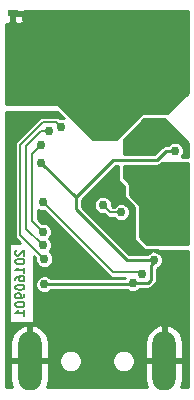
<source format=gbr>
G04 #@! TF.FileFunction,Copper,L2,Bot,Signal*
%FSLAX46Y46*%
G04 Gerber Fmt 4.6, Leading zero omitted, Abs format (unit mm)*
G04 Created by KiCad (PCBNEW 4.1.0-alpha+201608211231+7083~46~ubuntu16.04.1-product) date Thu Sep  1 10:22:21 2016*
%MOMM*%
%LPD*%
G01*
G04 APERTURE LIST*
%ADD10C,0.100000*%
%ADD11C,0.190500*%
%ADD12R,0.899160X0.596900*%
%ADD13O,1.998980X4.998720*%
%ADD14C,0.762000*%
%ADD15C,0.203200*%
%ADD16C,0.254000*%
G04 APERTURE END LIST*
D10*
D11*
X1306285Y12028715D02*
X1270000Y11992429D01*
X1233714Y11919858D01*
X1233714Y11738429D01*
X1270000Y11665858D01*
X1306285Y11629572D01*
X1378857Y11593286D01*
X1451428Y11593286D01*
X1560285Y11629572D01*
X1995714Y12065000D01*
X1995714Y11593286D01*
X1233714Y11121572D02*
X1233714Y11049000D01*
X1270000Y10976429D01*
X1306285Y10940143D01*
X1378857Y10903858D01*
X1524000Y10867572D01*
X1705428Y10867572D01*
X1850571Y10903858D01*
X1923142Y10940143D01*
X1959428Y10976429D01*
X1995714Y11049000D01*
X1995714Y11121572D01*
X1959428Y11194143D01*
X1923142Y11230429D01*
X1850571Y11266715D01*
X1705428Y11303000D01*
X1524000Y11303000D01*
X1378857Y11266715D01*
X1306285Y11230429D01*
X1270000Y11194143D01*
X1233714Y11121572D01*
X1995714Y10141858D02*
X1995714Y10577286D01*
X1995714Y10359572D02*
X1233714Y10359572D01*
X1342571Y10432143D01*
X1415142Y10504715D01*
X1451428Y10577286D01*
X1233714Y9488715D02*
X1233714Y9633858D01*
X1270000Y9706429D01*
X1306285Y9742715D01*
X1415142Y9815286D01*
X1560285Y9851572D01*
X1850571Y9851572D01*
X1923142Y9815286D01*
X1959428Y9779000D01*
X1995714Y9706429D01*
X1995714Y9561286D01*
X1959428Y9488715D01*
X1923142Y9452429D01*
X1850571Y9416143D01*
X1669142Y9416143D01*
X1596571Y9452429D01*
X1560285Y9488715D01*
X1524000Y9561286D01*
X1524000Y9706429D01*
X1560285Y9779000D01*
X1596571Y9815286D01*
X1669142Y9851572D01*
X1233714Y8944429D02*
X1233714Y8871858D01*
X1270000Y8799286D01*
X1306285Y8763000D01*
X1378857Y8726715D01*
X1524000Y8690429D01*
X1705428Y8690429D01*
X1850571Y8726715D01*
X1923142Y8763000D01*
X1959428Y8799286D01*
X1995714Y8871858D01*
X1995714Y8944429D01*
X1959428Y9017000D01*
X1923142Y9053286D01*
X1850571Y9089572D01*
X1705428Y9125858D01*
X1524000Y9125858D01*
X1378857Y9089572D01*
X1306285Y9053286D01*
X1270000Y9017000D01*
X1233714Y8944429D01*
X1995714Y8327572D02*
X1995714Y8182429D01*
X1959428Y8109858D01*
X1923142Y8073572D01*
X1814285Y8001000D01*
X1669142Y7964715D01*
X1378857Y7964715D01*
X1306285Y8001000D01*
X1270000Y8037286D01*
X1233714Y8109858D01*
X1233714Y8255000D01*
X1270000Y8327572D01*
X1306285Y8363858D01*
X1378857Y8400143D01*
X1560285Y8400143D01*
X1632857Y8363858D01*
X1669142Y8327572D01*
X1705428Y8255000D01*
X1705428Y8109858D01*
X1669142Y8037286D01*
X1632857Y8001000D01*
X1560285Y7964715D01*
X1233714Y7493000D02*
X1233714Y7420429D01*
X1270000Y7347858D01*
X1306285Y7311572D01*
X1378857Y7275286D01*
X1524000Y7239000D01*
X1705428Y7239000D01*
X1850571Y7275286D01*
X1923142Y7311572D01*
X1959428Y7347858D01*
X1995714Y7420429D01*
X1995714Y7493000D01*
X1959428Y7565572D01*
X1923142Y7601858D01*
X1850571Y7638143D01*
X1705428Y7674429D01*
X1524000Y7674429D01*
X1378857Y7638143D01*
X1306285Y7601858D01*
X1270000Y7565572D01*
X1233714Y7493000D01*
X1995714Y6513286D02*
X1995714Y6948715D01*
X1995714Y6731000D02*
X1233714Y6731000D01*
X1342571Y6803572D01*
X1415142Y6876143D01*
X1451428Y6948715D01*
D12*
X1016000Y32103060D03*
D13*
X2430780Y2667000D03*
X13825220Y2667000D03*
D14*
X11938000Y10033000D03*
X3556000Y16129000D03*
X8636000Y15875000D03*
X10160000Y15240000D03*
X3556000Y13589000D03*
X3429000Y20955000D03*
X5080000Y22479000D03*
X3683000Y11303000D03*
X4064000Y22098000D03*
X3556000Y12446000D03*
X11176000Y9271000D03*
X3683000Y9144000D03*
X12954000Y11176000D03*
X3429000Y19431000D03*
X14732000Y20447000D03*
X15071000Y13445000D03*
X12115178Y13560488D03*
X5583129Y30391096D03*
X6418928Y29561101D03*
X7508421Y29048410D03*
X2021790Y30099000D03*
X8831433Y28095796D03*
X4318000Y31623000D03*
X2159000Y31623000D03*
X889000Y28067000D03*
X889000Y30861000D03*
X889000Y29464000D03*
X889000Y25527000D03*
X889000Y26797000D03*
X12954000Y8636000D03*
X13462000Y10287000D03*
X15367000Y31623000D03*
X14097000Y31623000D03*
X12827000Y31623000D03*
X11557000Y31623000D03*
X10414000Y31623000D03*
X9271000Y31623000D03*
X8128000Y31623000D03*
X6858000Y31623000D03*
X15367000Y27813000D03*
X15367000Y29083000D03*
X15367000Y30353000D03*
X5588000Y31623000D03*
X15367000Y25273000D03*
X15367000Y26543000D03*
X14224000Y24638000D03*
X14732000Y21717000D03*
X12446000Y22606000D03*
X6858000Y24003000D03*
X10414000Y24003000D03*
X6096000Y24765000D03*
X10668000Y25273000D03*
X10668000Y26543000D03*
X4572000Y26797000D03*
X10287000Y28067000D03*
X2794000Y26797000D03*
X2794000Y28575000D03*
X10287000Y29718000D03*
X12827000Y29083000D03*
X12827000Y26543000D03*
X12700000Y24130000D03*
X2540000Y24892000D03*
X4572000Y24892000D03*
X7112000Y15875000D03*
X15240000Y18669000D03*
X14478000Y6223000D03*
X3175000Y6223000D03*
D15*
X9525000Y10160000D02*
X11811000Y10160000D01*
X11811000Y10160000D02*
X11938000Y10033000D01*
X3556000Y16129000D02*
X9525000Y10160000D01*
X10160000Y15240000D02*
X9271000Y15240000D01*
X9271000Y15240000D02*
X8636000Y15875000D01*
X2667000Y19431000D02*
X2667000Y20193000D01*
X3556000Y13589000D02*
X2667000Y14478000D01*
X2667000Y14478000D02*
X2667000Y19431000D01*
X2667000Y20193000D02*
X3429000Y20955000D01*
X5080000Y22479000D02*
X4699000Y22860000D01*
X4699000Y22860000D02*
X3937000Y22860000D01*
X1651000Y20574000D02*
X1651000Y20955000D01*
X3683000Y11303000D02*
X1651000Y13335000D01*
X1651000Y13335000D02*
X1651000Y20574000D01*
X3556000Y22860000D02*
X3937000Y22860000D01*
X1651000Y20955000D02*
X3556000Y22860000D01*
X4064000Y22098000D02*
X3429000Y22098000D01*
X2159000Y20828000D02*
X3429000Y22098000D01*
X3556000Y12446000D02*
X2159000Y13843000D01*
X2159000Y13843000D02*
X2159000Y20066000D01*
X2159000Y20066000D02*
X2159000Y20828000D01*
D16*
X11049000Y9144000D02*
X11176000Y9271000D01*
X3683000Y9144000D02*
X11049000Y9144000D01*
X12954000Y11049000D02*
X12700000Y10795000D01*
X12700000Y10795000D02*
X12700000Y9525000D01*
X12700000Y9525000D02*
X12446000Y9271000D01*
X12446000Y9271000D02*
X11176000Y9271000D01*
X12954000Y11176000D02*
X12954000Y11049000D01*
X6350000Y16510000D02*
X3429000Y19431000D01*
X12954000Y11176000D02*
X10668000Y11176000D01*
X10668000Y11176000D02*
X6350000Y15494000D01*
X6350000Y15494000D02*
X6350000Y16510000D01*
X10541000Y19685000D02*
X13208000Y19685000D01*
X13208000Y19685000D02*
X13970000Y20447000D01*
X13970000Y20447000D02*
X14732000Y20447000D01*
X9525000Y19685000D02*
X10541000Y19685000D01*
X6350000Y16510000D02*
X9525000Y19685000D01*
D15*
X12115178Y13560488D02*
X14955512Y13560488D01*
X14955512Y13560488D02*
X15071000Y13445000D01*
D16*
X15240000Y16685310D02*
X12496177Y13941487D01*
X12496177Y13941487D02*
X12115178Y13560488D01*
X15240000Y18669000D02*
X15240000Y16685310D01*
X5588933Y30391096D02*
X5583129Y30391096D01*
X6418928Y29561101D02*
X5588933Y30391096D01*
X7878819Y29048410D02*
X7508421Y29048410D01*
X8831433Y28095796D02*
X7878819Y29048410D01*
X2159000Y30236210D02*
X2021790Y30099000D01*
X2159000Y31623000D02*
X2159000Y30236210D01*
D15*
X1016000Y32103060D02*
X1678940Y32103060D01*
X1678940Y32103060D02*
X2159000Y31623000D01*
X889000Y30861000D02*
X889000Y31976060D01*
X889000Y31976060D02*
X1016000Y32103060D01*
D16*
X11938000Y2667000D02*
X10414000Y1143000D01*
X10414000Y1143000D02*
X5969000Y1143000D01*
X5969000Y1143000D02*
X4445000Y2667000D01*
X4445000Y2667000D02*
X2430780Y2667000D01*
X13825220Y2667000D02*
X11938000Y2667000D01*
X4318000Y31623000D02*
X2159000Y31623000D01*
X889000Y29464000D02*
X889000Y28067000D01*
X889000Y26797000D02*
X889000Y25527000D01*
X13462000Y10287000D02*
X13462000Y9144000D01*
X13462000Y9144000D02*
X12954000Y8636000D01*
X14097000Y31623000D02*
X15367000Y31623000D01*
X11557000Y31623000D02*
X12827000Y31623000D01*
X9271000Y31623000D02*
X10414000Y31623000D01*
X6858000Y31623000D02*
X8128000Y31623000D01*
X15367000Y27813000D02*
X15367000Y26543000D01*
X15367000Y30353000D02*
X15367000Y29083000D01*
X15367000Y25273000D02*
X15367000Y25273000D01*
X15367000Y25273000D02*
X14224000Y24638000D01*
X13843000Y22606000D02*
X14732000Y21717000D01*
X12446000Y22606000D02*
X13843000Y22606000D01*
X2794000Y28575000D02*
X2794000Y26797000D01*
X12192000Y29718000D02*
X10287000Y29718000D01*
X12827000Y29083000D02*
X12192000Y29718000D01*
X14224000Y24638000D02*
X12700000Y24130000D01*
X4572000Y24892000D02*
X2540000Y24892000D01*
X10922000Y12065000D02*
X7112000Y15875000D01*
X13462000Y10287000D02*
X13843000Y10668000D01*
X13208000Y12065000D02*
X11049000Y12065000D01*
X13843000Y11430000D02*
X13208000Y12065000D01*
X13843000Y10668000D02*
X13843000Y11430000D01*
X11049000Y12065000D02*
X10922000Y12065000D01*
X13825220Y7764780D02*
X12954000Y8636000D01*
X13825220Y6223000D02*
X13825220Y7764780D01*
X13825220Y6223000D02*
X14478000Y6223000D01*
X13825220Y2667000D02*
X13825220Y6223000D01*
X2430780Y5478780D02*
X2430780Y2667000D01*
X3175000Y6223000D02*
X2430780Y5478780D01*
X1969770Y32258000D02*
X15811500Y32258000D01*
X869000Y32016700D02*
X15811500Y32016700D01*
X889000Y31775400D02*
X1143000Y31775400D01*
X2100580Y31775400D02*
X15811500Y31775400D01*
X889000Y31534100D02*
X1143000Y31534100D01*
X2040850Y31534100D02*
X15811500Y31534100D01*
X853440Y31292800D02*
X1178560Y31292800D01*
X1851795Y31292800D02*
X15811500Y31292800D01*
X444500Y31051500D02*
X15811500Y31051500D01*
X444500Y30810200D02*
X15811500Y30810200D01*
X444500Y30568900D02*
X15811500Y30568900D01*
X444500Y30327600D02*
X15811500Y30327600D01*
X444500Y30086300D02*
X15811500Y30086300D01*
X444500Y29845000D02*
X15811500Y29845000D01*
X444500Y29603700D02*
X15811500Y29603700D01*
X444500Y29362400D02*
X15811500Y29362400D01*
X444500Y29121100D02*
X15811500Y29121100D01*
X444500Y28879800D02*
X15811500Y28879800D01*
X444500Y28638500D02*
X15811500Y28638500D01*
X444500Y28397200D02*
X15811500Y28397200D01*
X444500Y28155900D02*
X15811500Y28155900D01*
X444500Y27914600D02*
X15811500Y27914600D01*
X444500Y27673300D02*
X15811500Y27673300D01*
X444500Y27432000D02*
X15811500Y27432000D01*
X444500Y27190700D02*
X15811500Y27190700D01*
X444500Y26949400D02*
X15811500Y26949400D01*
X444500Y26708100D02*
X15811500Y26708100D01*
X444500Y26466800D02*
X15811500Y26466800D01*
X444500Y26225500D02*
X15811500Y26225500D01*
X444500Y25984200D02*
X15811500Y25984200D01*
X444500Y25742900D02*
X15811500Y25742900D01*
X444500Y25501600D02*
X15811500Y25501600D01*
X444500Y25260300D02*
X15682694Y25260300D01*
X444500Y25019000D02*
X15441394Y25019000D01*
X444500Y24777700D02*
X15200094Y24777700D01*
X444500Y24536400D02*
X14958794Y24536400D01*
X4967506Y24295100D02*
X14717494Y24295100D01*
X5208806Y24053800D02*
X14476194Y24053800D01*
X5450106Y23812500D02*
X14234894Y23812500D01*
X5691406Y23571200D02*
X11834594Y23571200D01*
X5932706Y23329900D02*
X11593294Y23329900D01*
X6174006Y23088600D02*
X11351994Y23088600D01*
X6415306Y22847300D02*
X11110694Y22847300D01*
X6656606Y22606000D02*
X10869394Y22606000D01*
X6897906Y22364700D02*
X10628094Y22364700D01*
X7139206Y22123400D02*
X10386794Y22123400D01*
X7380506Y21882100D02*
X10145494Y21882100D01*
X7621806Y21640800D02*
X9904194Y21640800D01*
X15811500Y32258000D02*
X15811500Y25389106D01*
X15570200Y32258000D02*
X15570200Y25147806D01*
X15328900Y32258000D02*
X15328900Y24906506D01*
X15087600Y32258000D02*
X15087600Y24665206D01*
X14846300Y32258000D02*
X14846300Y24423906D01*
X14605000Y32258000D02*
X14605000Y24182606D01*
X14363700Y32258000D02*
X14363700Y23941306D01*
X14122400Y32258000D02*
X14122400Y23700006D01*
X13881100Y32258000D02*
X13881100Y23622000D01*
X13639800Y32258000D02*
X13639800Y23622000D01*
X13398500Y32258000D02*
X13398500Y23622000D01*
X13157200Y32258000D02*
X13157200Y23622000D01*
X12915900Y32258000D02*
X12915900Y23622000D01*
X12674600Y32258000D02*
X12674600Y23622000D01*
X12433300Y32258000D02*
X12433300Y23622000D01*
X12192000Y32258000D02*
X12192000Y23622000D01*
X11950700Y32258000D02*
X11950700Y23622000D01*
X11709400Y32258000D02*
X11709400Y23446006D01*
X11468100Y32258000D02*
X11468100Y23204706D01*
X11226800Y32258000D02*
X11226800Y22963406D01*
X10985500Y32258000D02*
X10985500Y22722106D01*
X10744200Y32258000D02*
X10744200Y22480806D01*
X10502900Y32258000D02*
X10502900Y22239506D01*
X10261600Y32258000D02*
X10261600Y21998206D01*
X10020300Y32258000D02*
X10020300Y21756906D01*
X9779000Y32258000D02*
X9779000Y21515606D01*
X9537700Y32258000D02*
X9537700Y21463000D01*
X9296400Y32258000D02*
X9296400Y21463000D01*
X9055100Y32258000D02*
X9055100Y21463000D01*
X8813800Y32258000D02*
X8813800Y21463000D01*
X8572500Y32258000D02*
X8572500Y21463000D01*
X8331200Y32258000D02*
X8331200Y21463000D01*
X8089900Y32258000D02*
X8089900Y21463000D01*
X7848600Y32258000D02*
X7848600Y21463000D01*
X7607300Y32258000D02*
X7607300Y21655306D01*
X7366000Y32258000D02*
X7366000Y21896606D01*
X7124700Y32258000D02*
X7124700Y22137906D01*
X6883400Y32258000D02*
X6883400Y22379206D01*
X6642100Y32258000D02*
X6642100Y22620506D01*
X6400800Y32258000D02*
X6400800Y22861806D01*
X6159500Y32258000D02*
X6159500Y23103106D01*
X5918200Y32258000D02*
X5918200Y23344406D01*
X5676900Y32258000D02*
X5676900Y23585706D01*
X5435600Y32258000D02*
X5435600Y23827006D01*
X5194300Y32258000D02*
X5194300Y24068306D01*
X4953000Y32258000D02*
X4953000Y24309606D01*
X4711700Y32258000D02*
X4711700Y24384000D01*
X4470400Y32258000D02*
X4470400Y24384000D01*
X4229100Y32258000D02*
X4229100Y24384000D01*
X3987800Y32258000D02*
X3987800Y24384000D01*
X3746500Y32258000D02*
X3746500Y24384000D01*
X3505200Y32258000D02*
X3505200Y24384000D01*
X3263900Y32258000D02*
X3263900Y24384000D01*
X3022600Y32258000D02*
X3022600Y24384000D01*
X2781300Y32258000D02*
X2781300Y24384000D01*
X2540000Y32258000D02*
X2540000Y24384000D01*
X2298700Y32258000D02*
X2298700Y24384000D01*
X2057400Y32258000D02*
X2057400Y31860490D01*
X2057400Y31574054D02*
X2057400Y24384000D01*
X1816100Y32230060D02*
X1816100Y31976060D01*
X1816100Y31262481D02*
X1816100Y24384000D01*
X1574800Y32230060D02*
X1574800Y31976060D01*
X1574800Y31169610D02*
X1574800Y24384000D01*
X1333500Y32230060D02*
X1333500Y31976060D01*
X1333500Y31169610D02*
X1333500Y24384000D01*
X1092200Y32250060D02*
X1092200Y31976060D01*
X1092200Y31976060D02*
X1092200Y24384000D01*
X850900Y31290260D02*
X850900Y24384000D01*
X609600Y31169610D02*
X609600Y24384000D01*
X15811500Y25389106D02*
X14044394Y23622000D01*
X11938000Y23622000D01*
X11889399Y23612333D01*
X11848197Y23584803D01*
X9726394Y21463000D01*
X7799606Y21463000D01*
X4915803Y24346803D01*
X4874601Y24374333D01*
X4826000Y24384000D01*
X444500Y24384000D01*
X444500Y31169610D01*
X730250Y31169610D01*
X889000Y31328360D01*
X889000Y31976060D01*
X1143000Y31976060D01*
X1143000Y31328360D01*
X1301750Y31169610D01*
X1591889Y31169610D01*
X1825278Y31266283D01*
X2003907Y31444911D01*
X2100580Y31678300D01*
X2100580Y31817310D01*
X1941830Y31976060D01*
X1143000Y31976060D01*
X889000Y31976060D01*
X869000Y31976060D01*
X869000Y32230060D01*
X889000Y32230060D01*
X889000Y32250060D01*
X1143000Y32250060D01*
X1143000Y32230060D01*
X1941830Y32230060D01*
X1969770Y32258000D01*
X15811500Y32258000D01*
X15811500Y25389106D01*
X12117606Y23114000D02*
X13790394Y23114000D01*
X11876306Y22872700D02*
X14031694Y22872700D01*
X11635006Y22631400D02*
X14272994Y22631400D01*
X11393706Y22390100D02*
X14514294Y22390100D01*
X11152406Y22148800D02*
X14755594Y22148800D01*
X10911106Y21907500D02*
X14996894Y21907500D01*
X10669806Y21666200D02*
X15238194Y21666200D01*
X10428506Y21424900D02*
X15479494Y21424900D01*
X10414000Y21183600D02*
X14519303Y21183600D01*
X14945086Y21183600D02*
X15720794Y21183600D01*
X10414000Y20942300D02*
X13906153Y20942300D01*
X15314255Y20942300D02*
X15811500Y20942300D01*
X10414000Y20701000D02*
X13505580Y20701000D01*
X15451535Y20701000D02*
X15811500Y20701000D01*
X10414000Y20459700D02*
X13264280Y20459700D01*
X15494011Y20459700D02*
X15811500Y20459700D01*
X10414000Y20218400D02*
X13022980Y20218400D01*
X15462157Y20218400D02*
X15811500Y20218400D01*
X15339850Y19977100D02*
X15811500Y19977100D01*
X15811500Y21092894D02*
X15811500Y19939000D01*
X15570200Y21334194D02*
X15570200Y19939000D01*
X15328900Y21575494D02*
X15328900Y20927628D01*
X15328900Y19966168D02*
X15328900Y19939000D01*
X15087600Y21816794D02*
X15087600Y21124422D01*
X14846300Y22058094D02*
X14846300Y21208900D01*
X14605000Y22299394D02*
X14605000Y21209111D01*
X14363700Y22540694D02*
X14363700Y21119306D01*
X14122400Y22781994D02*
X14122400Y20955000D01*
X13881100Y23023294D02*
X13881100Y20937317D01*
X13639800Y23114000D02*
X13639800Y20825594D01*
X13398500Y23114000D02*
X13398500Y20593920D01*
X13157200Y23114000D02*
X13157200Y20352620D01*
X12915900Y23114000D02*
X12915900Y20193000D01*
X12674600Y23114000D02*
X12674600Y20193000D01*
X12433300Y23114000D02*
X12433300Y20193000D01*
X12192000Y23114000D02*
X12192000Y20193000D01*
X11950700Y22947094D02*
X11950700Y20193000D01*
X11709400Y22705794D02*
X11709400Y20193000D01*
X11468100Y22464494D02*
X11468100Y20193000D01*
X11226800Y22223194D02*
X11226800Y20193000D01*
X10985500Y21981894D02*
X10985500Y20193000D01*
X10744200Y21740594D02*
X10744200Y20193000D01*
X10502900Y21499294D02*
X10502900Y20193000D01*
X15811500Y21092894D02*
X15811500Y19939000D01*
X15301684Y19939000D01*
X15377615Y20014798D01*
X15493867Y20294764D01*
X15494132Y20597906D01*
X15378368Y20878074D01*
X15164202Y21092615D01*
X14884236Y21208867D01*
X14581094Y21209132D01*
X14300926Y21093368D01*
X14162316Y20955000D01*
X13970000Y20955000D01*
X13775597Y20916331D01*
X13610790Y20806210D01*
X12997580Y20193000D01*
X10414000Y20193000D01*
X10414000Y21410394D01*
X12117606Y23114000D01*
X13790394Y23114000D01*
X15811500Y21092894D01*
X13672420Y19431000D02*
X15811500Y19431000D01*
X13271847Y19189700D02*
X15811500Y19189700D01*
X10414000Y18948400D02*
X15811500Y18948400D01*
X10414000Y18707100D02*
X15811500Y18707100D01*
X10414000Y18465800D02*
X15811500Y18465800D01*
X10414000Y18224500D02*
X15811500Y18224500D01*
X10644406Y17983200D02*
X15811500Y17983200D01*
X10885407Y17741900D02*
X15811500Y17741900D01*
X10922000Y17500600D02*
X15811500Y17500600D01*
X10922000Y17259300D02*
X15811500Y17259300D01*
X10922000Y17018000D02*
X15811500Y17018000D01*
X10922000Y16776700D02*
X15811500Y16776700D01*
X11076206Y16535400D02*
X15811500Y16535400D01*
X11317506Y16294100D02*
X15811500Y16294100D01*
X11558806Y16052800D02*
X15811500Y16052800D01*
X11791378Y15811500D02*
X15811500Y15811500D01*
X11811000Y15570200D02*
X15811500Y15570200D01*
X11811000Y15328900D02*
X15811500Y15328900D01*
X11811000Y15087600D02*
X15811500Y15087600D01*
X11811000Y14846300D02*
X15811500Y14846300D01*
X11811000Y14605000D02*
X15811500Y14605000D01*
X11811000Y14363700D02*
X15811500Y14363700D01*
X11811000Y14122400D02*
X15811500Y14122400D01*
X11811000Y13881100D02*
X15811500Y13881100D01*
X11811000Y13639800D02*
X15811500Y13639800D01*
X11811000Y13398500D02*
X15811500Y13398500D01*
X11811000Y13157200D02*
X15811500Y13157200D01*
X12028706Y12915900D02*
X15811500Y12915900D01*
X12270006Y12674600D02*
X15811500Y12674600D01*
X15811500Y19431000D02*
X15811500Y12573000D01*
X15570200Y19431000D02*
X15570200Y12573000D01*
X15328900Y19431000D02*
X15328900Y12573000D01*
X15087600Y19431000D02*
X15087600Y12573000D01*
X14846300Y19431000D02*
X14846300Y12573000D01*
X14605000Y19431000D02*
X14605000Y12573000D01*
X14363700Y19431000D02*
X14363700Y12573000D01*
X14122400Y19431000D02*
X14122400Y12573000D01*
X13881100Y19431000D02*
X13881100Y12573000D01*
X13639800Y19398380D02*
X13639800Y12573000D01*
X13398500Y19214892D02*
X13398500Y12573000D01*
X13157200Y19177000D02*
X13157200Y12573000D01*
X12915900Y19177000D02*
X12915900Y12573000D01*
X12674600Y19177000D02*
X12674600Y12573000D01*
X12433300Y19177000D02*
X12433300Y12573000D01*
X12192000Y19177000D02*
X12192000Y12752606D01*
X11950700Y19177000D02*
X11950700Y12993906D01*
X11709400Y19177000D02*
X11709400Y15902206D01*
X11468100Y19177000D02*
X11468100Y16143506D01*
X11226800Y19177000D02*
X11226800Y16384806D01*
X10985500Y19177000D02*
X10985500Y16626106D01*
X10744200Y19177000D02*
X10744200Y17883406D01*
X10502900Y19177000D02*
X10502900Y18124706D01*
X15811500Y12573000D02*
X12371606Y12573000D01*
X11811000Y13133606D01*
X11811000Y15748000D01*
X11801333Y15796601D01*
X11773803Y15837803D01*
X10922000Y16689606D01*
X10922000Y17653000D01*
X10912333Y17701601D01*
X10884803Y17742803D01*
X10414000Y18213606D01*
X10414000Y19177000D01*
X13208000Y19177000D01*
X13402403Y19215669D01*
X13567210Y19325790D01*
X13672420Y19431000D01*
X15811500Y19431000D01*
X15811500Y12573000D01*
X4773394Y23749000D02*
X444500Y23749000D01*
X5014694Y23507700D02*
X444500Y23507700D01*
X3312255Y23266400D02*
X444500Y23266400D01*
X5255994Y23266400D02*
X4942746Y23266400D01*
X3038600Y23025100D02*
X444500Y23025100D01*
X2797300Y22783800D02*
X444500Y22783800D01*
X2556000Y22542500D02*
X444500Y22542500D01*
X2314700Y22301200D02*
X444500Y22301200D01*
X2073400Y22059900D02*
X444500Y22059900D01*
X1832100Y21818600D02*
X444500Y21818600D01*
X1590800Y21577300D02*
X444500Y21577300D01*
X1349500Y21336000D02*
X444500Y21336000D01*
X1196189Y21094700D02*
X444500Y21094700D01*
X1168400Y20853400D02*
X444500Y20853400D01*
X1168400Y20612100D02*
X444500Y20612100D01*
X1168400Y20370800D02*
X444500Y20370800D01*
X1168400Y20129500D02*
X444500Y20129500D01*
X1168400Y19888200D02*
X444500Y19888200D01*
X1168400Y19646900D02*
X444500Y19646900D01*
X1168400Y19405600D02*
X444500Y19405600D01*
X1168400Y19164300D02*
X444500Y19164300D01*
X1168400Y18923000D02*
X444500Y18923000D01*
X1168400Y18681700D02*
X444500Y18681700D01*
X1168400Y18440400D02*
X444500Y18440400D01*
X1168400Y18199100D02*
X444500Y18199100D01*
X1168400Y17957800D02*
X444500Y17957800D01*
X1168400Y17716500D02*
X444500Y17716500D01*
X1168400Y17475200D02*
X444500Y17475200D01*
X1168400Y17233900D02*
X444500Y17233900D01*
X1168400Y16992600D02*
X444500Y16992600D01*
X1168400Y16751300D02*
X444500Y16751300D01*
X1168400Y16510000D02*
X444500Y16510000D01*
X1168400Y16268700D02*
X444500Y16268700D01*
X1168400Y16027400D02*
X444500Y16027400D01*
X1168400Y15786100D02*
X444500Y15786100D01*
X1168400Y15544800D02*
X444500Y15544800D01*
X1168400Y15303500D02*
X444500Y15303500D01*
X3699000Y15303500D02*
X3149600Y15303500D01*
X1168400Y15062200D02*
X444500Y15062200D01*
X3940300Y15062200D02*
X3149600Y15062200D01*
X1168400Y14820900D02*
X444500Y14820900D01*
X4181600Y14820900D02*
X3149600Y14820900D01*
X1168400Y14579600D02*
X444500Y14579600D01*
X4422900Y14579600D02*
X3247900Y14579600D01*
X1168400Y14338300D02*
X444500Y14338300D01*
X4664200Y14338300D02*
X3738501Y14338300D01*
X1168400Y14097000D02*
X444500Y14097000D01*
X4905500Y14097000D02*
X4125577Y14097000D01*
X1168400Y13855700D02*
X444500Y13855700D01*
X5146800Y13855700D02*
X4270287Y13855700D01*
X1168400Y13614400D02*
X444500Y13614400D01*
X5388100Y13614400D02*
X4318022Y13614400D01*
X1168400Y13373100D02*
X444500Y13373100D01*
X5629400Y13373100D02*
X4291431Y13373100D01*
X1217508Y13131800D02*
X444500Y13131800D01*
X5870700Y13131800D02*
X4176573Y13131800D01*
X1413000Y12890500D02*
X444500Y12890500D01*
X6112000Y12890500D02*
X4188966Y12890500D01*
X673735Y12649200D02*
X444500Y12649200D01*
X6353300Y12649200D02*
X4296525Y12649200D01*
X673735Y12407900D02*
X444500Y12407900D01*
X6594600Y12407900D02*
X4317966Y12407900D01*
X673735Y12166600D02*
X444500Y12166600D01*
X6835900Y12166600D02*
X4265063Y12166600D01*
X673735Y11925300D02*
X444500Y11925300D01*
X7077200Y11925300D02*
X4138476Y11925300D01*
X15811500Y11925300D02*
X13136501Y11925300D01*
X673735Y11684000D02*
X444500Y11684000D01*
X7318500Y11684000D02*
X4350059Y11684000D01*
X15811500Y11684000D02*
X13523577Y11684000D01*
X673735Y11442700D02*
X444500Y11442700D01*
X2860800Y11442700D02*
X2769235Y11442700D01*
X7559800Y11442700D02*
X4445122Y11442700D01*
X15811500Y11442700D02*
X13668287Y11442700D01*
X673735Y11201400D02*
X444500Y11201400D01*
X2920912Y11201400D02*
X2769235Y11201400D01*
X7801100Y11201400D02*
X4444911Y11201400D01*
X15811500Y11201400D02*
X13716022Y11201400D01*
X673735Y10960100D02*
X444500Y10960100D01*
X3000198Y10960100D02*
X2769235Y10960100D01*
X8042400Y10960100D02*
X4365696Y10960100D01*
X15811500Y10960100D02*
X13689431Y10960100D01*
X673735Y10718800D02*
X444500Y10718800D01*
X3189490Y10718800D02*
X2769235Y10718800D01*
X8283700Y10718800D02*
X4176350Y10718800D01*
X15811500Y10718800D02*
X13574573Y10718800D01*
X673735Y10477500D02*
X444500Y10477500D01*
X8525000Y10477500D02*
X2769235Y10477500D01*
X15811500Y10477500D02*
X13258905Y10477500D01*
X673735Y10236200D02*
X444500Y10236200D01*
X8766300Y10236200D02*
X2769235Y10236200D01*
X15811500Y10236200D02*
X13208000Y10236200D01*
X673735Y9994900D02*
X444500Y9994900D01*
X9007600Y9994900D02*
X2769235Y9994900D01*
X15811500Y9994900D02*
X13208000Y9994900D01*
X673735Y9753600D02*
X444500Y9753600D01*
X3215094Y9753600D02*
X2769235Y9753600D01*
X9281254Y9753600D02*
X4151154Y9753600D01*
X15811500Y9753600D02*
X13208000Y9753600D01*
X673735Y9512300D02*
X444500Y9512300D01*
X3010851Y9512300D02*
X2769235Y9512300D01*
X15811500Y9512300D02*
X13205473Y9512300D01*
X673735Y9271000D02*
X444500Y9271000D01*
X2921111Y9271000D02*
X2769235Y9271000D01*
X15811500Y9271000D02*
X13129509Y9271000D01*
X673735Y9029700D02*
X444500Y9029700D01*
X2920901Y9029700D02*
X2769235Y9029700D01*
X15811500Y9029700D02*
X12923120Y9029700D01*
X673735Y8788400D02*
X444500Y8788400D01*
X3005446Y8788400D02*
X2769235Y8788400D01*
X15811500Y8788400D02*
X12573694Y8788400D01*
X673735Y8547100D02*
X444500Y8547100D01*
X3202168Y8547100D02*
X2769235Y8547100D01*
X10932329Y8547100D02*
X4163628Y8547100D01*
X15811500Y8547100D02*
X11419433Y8547100D01*
X673735Y8305800D02*
X444500Y8305800D01*
X15811500Y8305800D02*
X2769235Y8305800D01*
X673735Y8064500D02*
X444500Y8064500D01*
X15811500Y8064500D02*
X2769235Y8064500D01*
X673735Y7823200D02*
X444500Y7823200D01*
X15811500Y7823200D02*
X2769235Y7823200D01*
X673735Y7581900D02*
X444500Y7581900D01*
X15811500Y7581900D02*
X2769235Y7581900D01*
X673735Y7340600D02*
X444500Y7340600D01*
X15811500Y7340600D02*
X2769235Y7340600D01*
X673735Y7099300D02*
X444500Y7099300D01*
X15811500Y7099300D02*
X2769235Y7099300D01*
X673735Y6858000D02*
X444500Y6858000D01*
X15811500Y6858000D02*
X2769235Y6858000D01*
X673735Y6616700D02*
X444500Y6616700D01*
X15811500Y6616700D02*
X2769235Y6616700D01*
X673735Y6375400D02*
X444500Y6375400D01*
X15811500Y6375400D02*
X2769235Y6375400D01*
X673735Y6134100D02*
X444500Y6134100D01*
X15811500Y6134100D02*
X2769235Y6134100D01*
X673735Y5892800D02*
X444500Y5892800D01*
X15811500Y5892800D02*
X2769235Y5892800D01*
X1790716Y5651500D02*
X444500Y5651500D01*
X2588273Y5651500D02*
X2273288Y5651500D01*
X13185156Y5651500D02*
X3070845Y5651500D01*
X13982713Y5651500D02*
X13667728Y5651500D01*
X15811500Y5651500D02*
X14465285Y5651500D01*
X1363069Y5410200D02*
X444500Y5410200D01*
X2557780Y5410200D02*
X2303780Y5410200D01*
X12757509Y5410200D02*
X3498492Y5410200D01*
X13952220Y5410200D02*
X13698220Y5410200D01*
X15811500Y5410200D02*
X14892932Y5410200D01*
X1173232Y5168900D02*
X444500Y5168900D01*
X2557780Y5168900D02*
X2303780Y5168900D01*
X12567672Y5168900D02*
X3688329Y5168900D01*
X13952220Y5168900D02*
X13698220Y5168900D01*
X15811500Y5168900D02*
X15082769Y5168900D01*
X983396Y4927600D02*
X444500Y4927600D01*
X2557780Y4927600D02*
X2303780Y4927600D01*
X12377836Y4927600D02*
X3878165Y4927600D01*
X13952220Y4927600D02*
X13698220Y4927600D01*
X15811500Y4927600D02*
X15272605Y4927600D01*
X906546Y4686300D02*
X444500Y4686300D01*
X2557780Y4686300D02*
X2303780Y4686300D01*
X12300986Y4686300D02*
X3955015Y4686300D01*
X13952220Y4686300D02*
X13698220Y4686300D01*
X15811500Y4686300D02*
X15349455Y4686300D01*
X838751Y4445000D02*
X444500Y4445000D01*
X2557780Y4445000D02*
X2303780Y4445000D01*
X12233191Y4445000D02*
X4022810Y4445000D01*
X13952220Y4445000D02*
X13698220Y4445000D01*
X15811500Y4445000D02*
X15417250Y4445000D01*
X796290Y4203700D02*
X444500Y4203700D01*
X2557780Y4203700D02*
X2303780Y4203700D01*
X12190730Y4203700D02*
X4065270Y4203700D01*
X13952220Y4203700D02*
X13698220Y4203700D01*
X15811500Y4203700D02*
X15459710Y4203700D01*
X796290Y3962400D02*
X444500Y3962400D01*
X2557780Y3962400D02*
X2303780Y3962400D01*
X12190730Y3962400D02*
X4065270Y3962400D01*
X13952220Y3962400D02*
X13698220Y3962400D01*
X15811500Y3962400D02*
X15459710Y3962400D01*
X796290Y3721100D02*
X444500Y3721100D01*
X2557780Y3721100D02*
X2303780Y3721100D01*
X12190730Y3721100D02*
X4065270Y3721100D01*
X13952220Y3721100D02*
X13698220Y3721100D01*
X15811500Y3721100D02*
X15459710Y3721100D01*
X796290Y3479800D02*
X444500Y3479800D01*
X2557780Y3479800D02*
X2303780Y3479800D01*
X5342992Y3479800D02*
X4065270Y3479800D01*
X9838792Y3479800D02*
X6416365Y3479800D01*
X12190730Y3479800D02*
X10912165Y3479800D01*
X13952220Y3479800D02*
X13698220Y3479800D01*
X15811500Y3479800D02*
X15459710Y3479800D01*
X796290Y3238500D02*
X444500Y3238500D01*
X2557780Y3238500D02*
X2303780Y3238500D01*
X5098991Y3238500D02*
X4065270Y3238500D01*
X9594791Y3238500D02*
X6660845Y3238500D01*
X12190730Y3238500D02*
X11156645Y3238500D01*
X13952220Y3238500D02*
X13698220Y3238500D01*
X15811500Y3238500D02*
X15459710Y3238500D01*
X796290Y2997200D02*
X444500Y2997200D01*
X2557780Y2997200D02*
X2303780Y2997200D01*
X4981735Y2997200D02*
X4065270Y2997200D01*
X9477535Y2997200D02*
X6778393Y2997200D01*
X12190730Y2997200D02*
X11274193Y2997200D01*
X13952220Y2997200D02*
X13698220Y2997200D01*
X15811500Y2997200D02*
X15459710Y2997200D01*
X4923868Y2755900D02*
X444500Y2755900D01*
X9419668Y2755900D02*
X6836487Y2755900D01*
X15811500Y2755900D02*
X11332287Y2755900D01*
X796290Y2514600D02*
X444500Y2514600D01*
X4923658Y2514600D02*
X4065270Y2514600D01*
X9419458Y2514600D02*
X6836276Y2514600D01*
X12190730Y2514600D02*
X11332076Y2514600D01*
X15811500Y2514600D02*
X15459710Y2514600D01*
X796290Y2273300D02*
X444500Y2273300D01*
X5008045Y2273300D02*
X4065270Y2273300D01*
X9503845Y2273300D02*
X6752097Y2273300D01*
X12190730Y2273300D02*
X11247897Y2273300D01*
X15811500Y2273300D02*
X15459710Y2273300D01*
X796290Y2032000D02*
X444500Y2032000D01*
X5162745Y2032000D02*
X4065270Y2032000D01*
X9658545Y2032000D02*
X6597598Y2032000D01*
X12190730Y2032000D02*
X11093398Y2032000D01*
X15811500Y2032000D02*
X15459710Y2032000D01*
X796290Y1790700D02*
X444500Y1790700D01*
X5496760Y1790700D02*
X4065270Y1790700D01*
X9992560Y1790700D02*
X6263526Y1790700D01*
X12190730Y1790700D02*
X10759326Y1790700D01*
X15811500Y1790700D02*
X15459710Y1790700D01*
X796290Y1549400D02*
X444500Y1549400D01*
X12190730Y1549400D02*
X4065270Y1549400D01*
X15811500Y1549400D02*
X15459710Y1549400D01*
X796290Y1308100D02*
X444500Y1308100D01*
X12190730Y1308100D02*
X4065270Y1308100D01*
X15811500Y1308100D02*
X15459710Y1308100D01*
X796290Y1066800D02*
X444500Y1066800D01*
X12190730Y1066800D02*
X4065270Y1066800D01*
X15811500Y1066800D02*
X15459710Y1066800D01*
X856591Y825500D02*
X444500Y825500D01*
X12251031Y825500D02*
X4004968Y825500D01*
X15811500Y825500D02*
X15399408Y825500D01*
X924385Y584200D02*
X444500Y584200D01*
X12318825Y584200D02*
X3937174Y584200D01*
X15811500Y584200D02*
X15331614Y584200D01*
X15811500Y444500D02*
X15811500Y11938000D01*
X15570200Y444500D02*
X15570200Y11938000D01*
X15328900Y4759460D02*
X15328900Y11938000D01*
X15328900Y2540000D02*
X15328900Y2794000D01*
X15328900Y444500D02*
X15328900Y574538D01*
X15087600Y5162758D02*
X15087600Y11938000D01*
X15087600Y2540000D02*
X15087600Y2794000D01*
X14846300Y5437622D02*
X14846300Y11938000D01*
X14846300Y2540000D02*
X14846300Y2794000D01*
X14605000Y5573072D02*
X14605000Y11938000D01*
X14605000Y2540000D02*
X14605000Y2794000D01*
X14363700Y5708522D02*
X14363700Y11938000D01*
X14363700Y2540000D02*
X14363700Y2794000D01*
X14122400Y5717307D02*
X14122400Y11938000D01*
X14122400Y2540000D02*
X14122400Y2794000D01*
X13881100Y5637135D02*
X13881100Y11938000D01*
X13881100Y2520000D02*
X13881100Y5637135D01*
X13639800Y11511642D02*
X13639800Y11938000D01*
X13639800Y5664656D02*
X13639800Y10840574D01*
X13639800Y2540000D02*
X13639800Y2794000D01*
X13398500Y11809295D02*
X13398500Y11938000D01*
X13398500Y5745263D02*
X13398500Y10543034D01*
X13398500Y2540000D02*
X13398500Y2794000D01*
X13157200Y11916704D02*
X13157200Y11938000D01*
X13157200Y5635808D02*
X13157200Y9312440D01*
X13157200Y2540000D02*
X13157200Y2794000D01*
X12915900Y5500358D02*
X12915900Y9022480D01*
X12915900Y2540000D02*
X12915900Y2794000D01*
X12674600Y5304817D02*
X12674600Y8824518D01*
X12674600Y2540000D02*
X12674600Y2794000D01*
X12433300Y4998101D02*
X12433300Y8763000D01*
X12433300Y2540000D02*
X12433300Y2794000D01*
X12192000Y4298391D02*
X12192000Y8763000D01*
X12192000Y2540000D02*
X12192000Y2794000D01*
X12192000Y444500D02*
X12192000Y1035610D01*
X11950700Y4293870D02*
X11950700Y8763000D01*
X11950700Y444500D02*
X11950700Y4293870D01*
X11709400Y4293870D02*
X11709400Y8726779D01*
X11709400Y444500D02*
X11709400Y4293870D01*
X11468100Y4293870D02*
X11468100Y8567208D01*
X11468100Y444500D02*
X11468100Y4293870D01*
X11226800Y4293870D02*
X11226800Y8508956D01*
X11226800Y3111899D02*
X11226800Y4293870D01*
X11226800Y444500D02*
X11226800Y2222490D01*
X10985500Y4293870D02*
X10985500Y8525022D01*
X10985500Y3409942D02*
X10985500Y4293870D01*
X10985500Y444500D02*
X10985500Y1924289D01*
X10744200Y4293870D02*
X10744200Y8625219D01*
X10744200Y3549544D02*
X10744200Y4293870D01*
X10744200Y444500D02*
X10744200Y1784449D01*
X10502900Y9652000D02*
X10502900Y9677400D01*
X10502900Y4293870D02*
X10502900Y8636000D01*
X10502900Y3623198D02*
X10502900Y4293870D01*
X10502900Y444500D02*
X10502900Y1710580D01*
X10261600Y9652000D02*
X10261600Y9677400D01*
X10261600Y4293870D02*
X10261600Y8636000D01*
X10261600Y3623409D02*
X10261600Y4293870D01*
X10261600Y444500D02*
X10261600Y1710791D01*
X10020300Y9652000D02*
X10020300Y9677400D01*
X10020300Y4293870D02*
X10020300Y8636000D01*
X10020300Y3554798D02*
X10020300Y4293870D01*
X10020300Y444500D02*
X10020300Y1779182D01*
X9779000Y9652000D02*
X9779000Y9677400D01*
X9779000Y4293870D02*
X9779000Y8636000D01*
X9779000Y3422389D02*
X9779000Y4293870D01*
X9779000Y444500D02*
X9779000Y1911336D01*
X9537700Y9652000D02*
X9537700Y9677400D01*
X9537700Y4293870D02*
X9537700Y8636000D01*
X9537700Y3142095D02*
X9537700Y4293870D01*
X9537700Y444500D02*
X9537700Y2191365D01*
X9296400Y9652000D02*
X9296400Y9743481D01*
X9296400Y4293870D02*
X9296400Y8636000D01*
X9296400Y2477613D02*
X9296400Y4293870D01*
X9296400Y444500D02*
X9296400Y2477613D01*
X9055100Y9652000D02*
X9055100Y9947400D01*
X9055100Y4293870D02*
X9055100Y8636000D01*
X9055100Y2477613D02*
X9055100Y4293870D01*
X9055100Y444500D02*
X9055100Y2477613D01*
X8813800Y9652000D02*
X8813800Y10188700D01*
X8813800Y4293870D02*
X8813800Y8636000D01*
X8813800Y2477613D02*
X8813800Y4293870D01*
X8813800Y444500D02*
X8813800Y2477613D01*
X8572500Y9652000D02*
X8572500Y10430000D01*
X8572500Y4293870D02*
X8572500Y8636000D01*
X8572500Y2477613D02*
X8572500Y4293870D01*
X8572500Y444500D02*
X8572500Y2477613D01*
X8331200Y9652000D02*
X8331200Y10671300D01*
X8331200Y4293870D02*
X8331200Y8636000D01*
X8331200Y2477613D02*
X8331200Y4293870D01*
X8331200Y444500D02*
X8331200Y2477613D01*
X8089900Y9652000D02*
X8089900Y10912600D01*
X8089900Y4293870D02*
X8089900Y8636000D01*
X8089900Y2477613D02*
X8089900Y4293870D01*
X8089900Y444500D02*
X8089900Y2477613D01*
X7848600Y9652000D02*
X7848600Y11153900D01*
X7848600Y4293870D02*
X7848600Y8636000D01*
X7848600Y2477613D02*
X7848600Y4293870D01*
X7848600Y444500D02*
X7848600Y2477613D01*
X7607300Y9652000D02*
X7607300Y11395200D01*
X7607300Y4293870D02*
X7607300Y8636000D01*
X7607300Y2477613D02*
X7607300Y4293870D01*
X7607300Y444500D02*
X7607300Y2477613D01*
X7366000Y9652000D02*
X7366000Y11636500D01*
X7366000Y4293870D02*
X7366000Y8636000D01*
X7366000Y2477613D02*
X7366000Y4293870D01*
X7366000Y444500D02*
X7366000Y2477613D01*
X7124700Y9652000D02*
X7124700Y11877800D01*
X7124700Y4293870D02*
X7124700Y8636000D01*
X7124700Y2477613D02*
X7124700Y4293870D01*
X7124700Y444500D02*
X7124700Y2477613D01*
X6883400Y9652000D02*
X6883400Y12119100D01*
X6883400Y4293870D02*
X6883400Y8636000D01*
X6883400Y2477613D02*
X6883400Y4293870D01*
X6883400Y444500D02*
X6883400Y2477613D01*
X6642100Y9652000D02*
X6642100Y12360400D01*
X6642100Y4293870D02*
X6642100Y8636000D01*
X6642100Y3257276D02*
X6642100Y4293870D01*
X6642100Y444500D02*
X6642100Y2076424D01*
X6400800Y9652000D02*
X6400800Y12601700D01*
X6400800Y4293870D02*
X6400800Y8636000D01*
X6400800Y3486263D02*
X6400800Y4293870D01*
X6400800Y444500D02*
X6400800Y1847420D01*
X6159500Y9652000D02*
X6159500Y12843000D01*
X6159500Y4293870D02*
X6159500Y8636000D01*
X6159500Y3586459D02*
X6159500Y4293870D01*
X6159500Y444500D02*
X6159500Y1747717D01*
X5918200Y9652000D02*
X5918200Y13084300D01*
X5918200Y4293870D02*
X5918200Y8636000D01*
X5918200Y3623276D02*
X5918200Y4293870D01*
X5918200Y444500D02*
X5918200Y1710658D01*
X5676900Y9652000D02*
X5676900Y13325600D01*
X5676900Y4293870D02*
X5676900Y8636000D01*
X5676900Y3617768D02*
X5676900Y4293870D01*
X5676900Y444500D02*
X5676900Y1715900D01*
X5435600Y9652000D02*
X5435600Y13566900D01*
X5435600Y4293870D02*
X5435600Y8636000D01*
X5435600Y3518065D02*
X5435600Y4293870D01*
X5435600Y444500D02*
X5435600Y1816097D01*
X5194300Y23240900D02*
X5194300Y23328094D01*
X5194300Y9652000D02*
X5194300Y13808200D01*
X5194300Y4293870D02*
X5194300Y8636000D01*
X5194300Y3333644D02*
X5194300Y4293870D01*
X5194300Y444500D02*
X5194300Y2000391D01*
X4953000Y23259548D02*
X4953000Y23569394D01*
X4953000Y9652000D02*
X4953000Y14049500D01*
X4953000Y4293870D02*
X4953000Y8636000D01*
X4953000Y2928000D02*
X4953000Y4293870D01*
X4953000Y444500D02*
X4953000Y2406520D01*
X4711700Y23340073D02*
X4711700Y23749000D01*
X4711700Y9652000D02*
X4711700Y14290800D01*
X4711700Y4293870D02*
X4711700Y8636000D01*
X4711700Y2477613D02*
X4711700Y4293870D01*
X4711700Y444500D02*
X4711700Y2477613D01*
X4470400Y23342600D02*
X4470400Y23749000D01*
X4470400Y9652000D02*
X4470400Y14532100D01*
X4470400Y4293870D02*
X4470400Y8636000D01*
X4470400Y2477613D02*
X4470400Y4293870D01*
X4470400Y444500D02*
X4470400Y2477613D01*
X4229100Y23342600D02*
X4229100Y23749000D01*
X4229100Y13955378D02*
X4229100Y14773400D01*
X4229100Y12812378D02*
X4229100Y13222989D01*
X4229100Y11834517D02*
X4229100Y12079989D01*
X4229100Y9675517D02*
X4229100Y10771456D01*
X4229100Y4293870D02*
X4229100Y8612457D01*
X4229100Y2477613D02*
X4229100Y4293870D01*
X4229100Y444500D02*
X4229100Y2477613D01*
X3987800Y23342600D02*
X3987800Y23749000D01*
X3987800Y14234781D02*
X3987800Y15014700D01*
X3987800Y9842516D02*
X3987800Y10604456D01*
X3987800Y4569608D02*
X3987800Y8445456D01*
X3987800Y2540000D02*
X3987800Y2794000D01*
X3987800Y444500D02*
X3987800Y764391D01*
X3746500Y23342600D02*
X3746500Y23749000D01*
X3746500Y14334978D02*
X3746500Y15256000D01*
X3746500Y9905944D02*
X3746500Y10540945D01*
X3746500Y5094958D02*
X3746500Y8381945D01*
X3746500Y2540000D02*
X3746500Y2794000D01*
X3505200Y23332496D02*
X3505200Y23749000D01*
X3505200Y14351044D02*
X3505200Y15367045D01*
X3505200Y9895020D02*
X3505200Y10551749D01*
X3505200Y5401673D02*
X3505200Y8392749D01*
X3505200Y2540000D02*
X3505200Y2794000D01*
X3263900Y23234091D02*
X3263900Y23749000D01*
X3263900Y14563600D02*
X3263900Y15425210D01*
X3263900Y9795316D02*
X3263900Y10651945D01*
X3263900Y5543131D02*
X3263900Y8492945D01*
X3263900Y2540000D02*
X3263900Y2794000D01*
X3022600Y23009100D02*
X3022600Y23749000D01*
X3022600Y9540596D02*
X3022600Y10905886D01*
X3022600Y5678581D02*
X3022600Y8746886D01*
X3022600Y2540000D02*
X3022600Y2794000D01*
X2781300Y22767800D02*
X2781300Y23749000D01*
X2781300Y5742435D02*
X2781300Y11522200D01*
X2781300Y2540000D02*
X2781300Y2794000D01*
X2540000Y22526500D02*
X2540000Y23749000D01*
X2540000Y5637135D02*
X2540000Y5891893D01*
X2540000Y2520000D02*
X2540000Y5637135D01*
X2298700Y22285200D02*
X2298700Y23749000D01*
X2298700Y5639528D02*
X2298700Y5891893D01*
X2298700Y2540000D02*
X2298700Y2794000D01*
X2057400Y22043900D02*
X2057400Y23749000D01*
X2057400Y5753203D02*
X2057400Y5891893D01*
X2057400Y2540000D02*
X2057400Y2794000D01*
X1816100Y21802600D02*
X1816100Y23749000D01*
X1816100Y5665750D02*
X1816100Y5891893D01*
X1816100Y2540000D02*
X1816100Y2794000D01*
X1574800Y21561300D02*
X1574800Y23749000D01*
X1574800Y12650107D02*
X1574800Y12728700D01*
X1574800Y5530299D02*
X1574800Y5891893D01*
X1574800Y2540000D02*
X1574800Y2794000D01*
X1333500Y21320000D02*
X1333500Y23749000D01*
X1333500Y12650107D02*
X1333500Y12970000D01*
X1333500Y5372617D02*
X1333500Y5891893D01*
X1333500Y2540000D02*
X1333500Y2794000D01*
X1092200Y12650107D02*
X1092200Y23749000D01*
X1092200Y5065902D02*
X1092200Y5891893D01*
X1092200Y2540000D02*
X1092200Y2794000D01*
X850900Y12650107D02*
X850900Y23749000D01*
X850900Y4488243D02*
X850900Y5891893D01*
X850900Y2540000D02*
X850900Y2794000D01*
X850900Y444500D02*
X850900Y845757D01*
X609600Y4293870D02*
X609600Y23749000D01*
X609600Y444500D02*
X609600Y4293870D01*
X9906000Y19177000D02*
X9735420Y19177000D01*
X9906000Y18935700D02*
X9494120Y18935700D01*
X9906000Y18694400D02*
X9252820Y18694400D01*
X9906000Y18453100D02*
X9011520Y18453100D01*
X9906000Y18211800D02*
X8770220Y18211800D01*
X9925622Y17970500D02*
X8528920Y17970500D01*
X10158194Y17729200D02*
X8287620Y17729200D01*
X10399494Y17487900D02*
X8046320Y17487900D01*
X10414000Y17246600D02*
X7805020Y17246600D01*
X10414000Y17005300D02*
X7563720Y17005300D01*
X10414000Y16764000D02*
X7322420Y16764000D01*
X8208150Y16522700D02*
X7081120Y16522700D01*
X10475694Y16522700D02*
X9063181Y16522700D01*
X7979672Y16281400D02*
X6858000Y16281400D01*
X10716994Y16281400D02*
X9292564Y16281400D01*
X7879475Y16040100D02*
X6858000Y16040100D01*
X10958294Y16040100D02*
X9392268Y16040100D01*
X7873934Y15798800D02*
X6858000Y15798800D01*
X9641205Y15798800D02*
X9397933Y15798800D01*
X11199594Y15798800D02*
X10678866Y15798800D01*
X7942703Y15557500D02*
X7004920Y15557500D01*
X11303000Y15557500D02*
X10853297Y15557500D01*
X8117134Y15316200D02*
X7246220Y15316200D01*
X11303000Y15316200D02*
X10922066Y15316200D01*
X8753600Y15074900D02*
X7487520Y15074900D01*
X11303000Y15074900D02*
X10916525Y15074900D01*
X9027254Y14833600D02*
X7728820Y14833600D01*
X11303000Y14833600D02*
X10816328Y14833600D01*
X9732819Y14592300D02*
X7970120Y14592300D01*
X11303000Y14592300D02*
X10587850Y14592300D01*
X11303000Y14351000D02*
X8211420Y14351000D01*
X11303000Y14109700D02*
X8452720Y14109700D01*
X11303000Y13868400D02*
X8694020Y13868400D01*
X11303000Y13627100D02*
X8935320Y13627100D01*
X11303000Y13385800D02*
X9176620Y13385800D01*
X11303000Y13144500D02*
X9417920Y13144500D01*
X11314136Y12903200D02*
X9659220Y12903200D01*
X11542494Y12661900D02*
X9900520Y12661900D01*
X11783794Y12420600D02*
X10141820Y12420600D01*
X12025094Y12179300D02*
X10383120Y12179300D01*
X12802775Y11938000D02*
X10624420Y11938000D01*
X12397039Y11696700D02*
X10865720Y11696700D01*
X12802775Y11938000D02*
X12802775Y11938000D01*
X12561475Y11838297D02*
X12561475Y11938000D01*
X12320175Y11684000D02*
X12320175Y11938000D01*
X12078875Y11684000D02*
X12078875Y12125519D01*
X11837575Y11684000D02*
X11837575Y12366819D01*
X11596275Y11684000D02*
X11596275Y12608119D01*
X11354975Y11684000D02*
X11354975Y12849419D01*
X11113675Y11684000D02*
X11113675Y15884719D01*
X10872375Y15511326D02*
X10872375Y16126019D01*
X10872375Y11690045D02*
X10872375Y14968573D01*
X10631075Y15846673D02*
X10631075Y16367319D01*
X10631075Y11931345D02*
X10631075Y14633563D01*
X10389775Y15969670D02*
X10389775Y17497619D01*
X10389775Y12172645D02*
X10389775Y14510456D01*
X10148475Y16002010D02*
X10148475Y17738919D01*
X10148475Y12413945D02*
X10148475Y14478010D01*
X9907175Y15960020D02*
X9907175Y18028093D01*
X9907175Y12655245D02*
X9907175Y14519902D01*
X9665875Y15823428D02*
X9665875Y19107455D01*
X9665875Y12896545D02*
X9665875Y14656417D01*
X9424575Y15768924D02*
X9424575Y18866155D01*
X9424575Y13137845D02*
X9424575Y14757400D01*
X9183275Y16405340D02*
X9183275Y18624855D01*
X9183275Y13379145D02*
X9183275Y14774850D01*
X8941975Y16573029D02*
X8941975Y18383555D01*
X8941975Y13620445D02*
X8941975Y14890582D01*
X8700675Y16636943D02*
X8700675Y18142255D01*
X8700675Y13861745D02*
X8700675Y15112944D01*
X8459375Y16626506D02*
X8459375Y17900955D01*
X8459375Y14103045D02*
X8459375Y15123261D01*
X8218075Y16526802D02*
X8218075Y17659655D01*
X8218075Y14344345D02*
X8218075Y15223457D01*
X7976775Y16274426D02*
X7976775Y17418355D01*
X7976775Y14585645D02*
X7976775Y15475043D01*
X7735475Y15724094D02*
X7735475Y17177055D01*
X7735475Y14826945D02*
X7735475Y15724094D01*
X7494175Y15724094D02*
X7494175Y16935755D01*
X7494175Y15068245D02*
X7494175Y15724094D01*
X7252875Y15724094D02*
X7252875Y16694455D01*
X7252875Y15309545D02*
X7252875Y15724094D01*
X7011575Y15724094D02*
X7011575Y16453155D01*
X7011575Y15550845D02*
X7011575Y15724094D01*
X5316528Y23205866D02*
X5232236Y23240867D01*
X4980629Y23241087D01*
X4883683Y23305864D01*
X4699000Y23342600D01*
X3556000Y23342600D01*
X3371317Y23305864D01*
X3214750Y23201250D01*
X1309750Y21296250D01*
X1205136Y21139683D01*
X1168400Y20955000D01*
X1168400Y13335000D01*
X1205136Y13150317D01*
X1309750Y12993750D01*
X1653393Y12650107D01*
X673735Y12650107D01*
X673735Y5891893D01*
X2769235Y5891893D01*
X2769235Y11534265D01*
X2921069Y11382431D01*
X2920868Y11152094D01*
X3036632Y10871926D01*
X3250798Y10657385D01*
X3530764Y10541133D01*
X3833906Y10540868D01*
X4114074Y10656632D01*
X4328615Y10870798D01*
X4444867Y11150764D01*
X4445132Y11453906D01*
X4329368Y11734074D01*
X4125741Y11938057D01*
X4201615Y12013798D01*
X4317867Y12293764D01*
X4318132Y12596906D01*
X4202368Y12877074D01*
X4062130Y13017557D01*
X4201615Y13156798D01*
X4317867Y13436764D01*
X4318132Y13739906D01*
X4202368Y14020074D01*
X3988202Y14234615D01*
X3708236Y14350867D01*
X3476430Y14351070D01*
X3149600Y14677900D01*
X3149600Y15472671D01*
X3403764Y15367133D01*
X3635570Y15366930D01*
X9183750Y9818750D01*
X9340317Y9714136D01*
X9525000Y9677399D01*
X9525005Y9677400D01*
X10519671Y9677400D01*
X10509124Y9652000D01*
X4252576Y9652000D01*
X4115202Y9789615D01*
X3835236Y9905867D01*
X3532094Y9906132D01*
X3251926Y9790368D01*
X3037385Y9576202D01*
X2921133Y9296236D01*
X2920868Y8993094D01*
X3036632Y8712926D01*
X3250798Y8498385D01*
X3530764Y8382133D01*
X3833906Y8381868D01*
X4114074Y8497632D01*
X4252684Y8636000D01*
X10733202Y8636000D01*
X10743798Y8625385D01*
X11023764Y8509133D01*
X11326906Y8508868D01*
X11607074Y8624632D01*
X11745684Y8763000D01*
X12446000Y8763000D01*
X12640403Y8801669D01*
X12805210Y8911790D01*
X13059210Y9165790D01*
X13169331Y9330596D01*
X13196145Y9465403D01*
X13208000Y9525000D01*
X13208000Y10456466D01*
X13385074Y10529632D01*
X13599615Y10743798D01*
X13715867Y11023764D01*
X13716132Y11326906D01*
X13600368Y11607074D01*
X13386202Y11821615D01*
X13106236Y11937867D01*
X12954093Y11938000D01*
X15811500Y11938000D01*
X15811500Y444500D01*
X15292365Y444500D01*
X15459710Y1040130D01*
X15459710Y2540000D01*
X13952220Y2540000D01*
X13952220Y2520000D01*
X13698220Y2520000D01*
X13698220Y2540000D01*
X12190730Y2540000D01*
X12190730Y1040130D01*
X12358075Y444500D01*
X3897925Y444500D01*
X4065270Y1040130D01*
X4065270Y2477613D01*
X4923625Y2477613D01*
X5068907Y2126002D01*
X5337687Y1856753D01*
X5689044Y1710857D01*
X6069487Y1710525D01*
X6421098Y1855807D01*
X6690347Y2124587D01*
X6836243Y2475944D01*
X6836244Y2477613D01*
X9419425Y2477613D01*
X9564707Y2126002D01*
X9833487Y1856753D01*
X10184844Y1710857D01*
X10565287Y1710525D01*
X10916898Y1855807D01*
X11186147Y2124587D01*
X11332043Y2475944D01*
X11332375Y2856387D01*
X11187093Y3207998D01*
X10918313Y3477247D01*
X10566956Y3623143D01*
X10186513Y3623475D01*
X9834902Y3478193D01*
X9565653Y3209413D01*
X9419757Y2858056D01*
X9419425Y2477613D01*
X6836244Y2477613D01*
X6836575Y2856387D01*
X6691293Y3207998D01*
X6422513Y3477247D01*
X6071156Y3623143D01*
X5690713Y3623475D01*
X5339102Y3478193D01*
X5069853Y3209413D01*
X4923957Y2858056D01*
X4923625Y2477613D01*
X4065270Y2477613D01*
X4065270Y2540000D01*
X2557780Y2540000D01*
X2557780Y2520000D01*
X2303780Y2520000D01*
X2303780Y2540000D01*
X796290Y2540000D01*
X796290Y1040130D01*
X963635Y444500D01*
X444500Y444500D01*
X444500Y4293870D01*
X796290Y4293870D01*
X796290Y2794000D01*
X2303780Y2794000D01*
X2303780Y5637135D01*
X2557780Y5637135D01*
X2557780Y2794000D01*
X4065270Y2794000D01*
X4065270Y4293870D01*
X12190730Y4293870D01*
X12190730Y2794000D01*
X13698220Y2794000D01*
X13698220Y5637135D01*
X13952220Y5637135D01*
X13952220Y2794000D01*
X15459710Y2794000D01*
X15459710Y4293870D01*
X15286691Y4909695D01*
X14891176Y5412432D01*
X14333379Y5725543D01*
X14205574Y5756489D01*
X13952220Y5637135D01*
X13698220Y5637135D01*
X13444866Y5756489D01*
X13317061Y5725543D01*
X12759264Y5412432D01*
X12363749Y4909695D01*
X12190730Y4293870D01*
X4065270Y4293870D01*
X3892251Y4909695D01*
X3496736Y5412432D01*
X2938939Y5725543D01*
X2811134Y5756489D01*
X2557780Y5637135D01*
X2303780Y5637135D01*
X2050426Y5756489D01*
X1922621Y5725543D01*
X1364824Y5412432D01*
X969309Y4909695D01*
X796290Y4293870D01*
X444500Y4293870D01*
X444500Y23749000D01*
X4773394Y23749000D01*
X5316528Y23205866D01*
X4773394Y23749000D02*
X444500Y23749000D01*
X5014694Y23507700D02*
X444500Y23507700D01*
X3312255Y23266400D02*
X444500Y23266400D01*
X5255994Y23266400D02*
X4942746Y23266400D01*
X3038600Y23025100D02*
X444500Y23025100D01*
X2797300Y22783800D02*
X444500Y22783800D01*
X2556000Y22542500D02*
X444500Y22542500D01*
X2314700Y22301200D02*
X444500Y22301200D01*
X2073400Y22059900D02*
X444500Y22059900D01*
X1832100Y21818600D02*
X444500Y21818600D01*
X1590800Y21577300D02*
X444500Y21577300D01*
X1349500Y21336000D02*
X444500Y21336000D01*
X1196189Y21094700D02*
X444500Y21094700D01*
X1168400Y20853400D02*
X444500Y20853400D01*
X1168400Y20612100D02*
X444500Y20612100D01*
X1168400Y20370800D02*
X444500Y20370800D01*
X1168400Y20129500D02*
X444500Y20129500D01*
X1168400Y19888200D02*
X444500Y19888200D01*
X1168400Y19646900D02*
X444500Y19646900D01*
X1168400Y19405600D02*
X444500Y19405600D01*
X1168400Y19164300D02*
X444500Y19164300D01*
X1168400Y18923000D02*
X444500Y18923000D01*
X1168400Y18681700D02*
X444500Y18681700D01*
X1168400Y18440400D02*
X444500Y18440400D01*
X1168400Y18199100D02*
X444500Y18199100D01*
X1168400Y17957800D02*
X444500Y17957800D01*
X1168400Y17716500D02*
X444500Y17716500D01*
X1168400Y17475200D02*
X444500Y17475200D01*
X1168400Y17233900D02*
X444500Y17233900D01*
X1168400Y16992600D02*
X444500Y16992600D01*
X1168400Y16751300D02*
X444500Y16751300D01*
X1168400Y16510000D02*
X444500Y16510000D01*
X1168400Y16268700D02*
X444500Y16268700D01*
X1168400Y16027400D02*
X444500Y16027400D01*
X1168400Y15786100D02*
X444500Y15786100D01*
X1168400Y15544800D02*
X444500Y15544800D01*
X1168400Y15303500D02*
X444500Y15303500D01*
X3699000Y15303500D02*
X3149600Y15303500D01*
X1168400Y15062200D02*
X444500Y15062200D01*
X3940300Y15062200D02*
X3149600Y15062200D01*
X1168400Y14820900D02*
X444500Y14820900D01*
X4181600Y14820900D02*
X3149600Y14820900D01*
X1168400Y14579600D02*
X444500Y14579600D01*
X4422900Y14579600D02*
X3247900Y14579600D01*
X1168400Y14338300D02*
X444500Y14338300D01*
X4664200Y14338300D02*
X3738501Y14338300D01*
X1168400Y14097000D02*
X444500Y14097000D01*
X4905500Y14097000D02*
X4125577Y14097000D01*
X1168400Y13855700D02*
X444500Y13855700D01*
X5146800Y13855700D02*
X4270287Y13855700D01*
X1168400Y13614400D02*
X444500Y13614400D01*
X5388100Y13614400D02*
X4318022Y13614400D01*
X1168400Y13373100D02*
X444500Y13373100D01*
X5629400Y13373100D02*
X4291431Y13373100D01*
X1217508Y13131800D02*
X444500Y13131800D01*
X5870700Y13131800D02*
X4176573Y13131800D01*
X1413000Y12890500D02*
X444500Y12890500D01*
X6112000Y12890500D02*
X4188966Y12890500D01*
X673735Y12649200D02*
X444500Y12649200D01*
X6353300Y12649200D02*
X4296525Y12649200D01*
X673735Y12407900D02*
X444500Y12407900D01*
X6594600Y12407900D02*
X4317966Y12407900D01*
X673735Y12166600D02*
X444500Y12166600D01*
X6835900Y12166600D02*
X4265063Y12166600D01*
X673735Y11925300D02*
X444500Y11925300D01*
X7077200Y11925300D02*
X4138476Y11925300D01*
X15811500Y11925300D02*
X13136501Y11925300D01*
X673735Y11684000D02*
X444500Y11684000D01*
X7318500Y11684000D02*
X4350059Y11684000D01*
X15811500Y11684000D02*
X13523577Y11684000D01*
X673735Y11442700D02*
X444500Y11442700D01*
X2860800Y11442700D02*
X2769235Y11442700D01*
X7559800Y11442700D02*
X4445122Y11442700D01*
X15811500Y11442700D02*
X13668287Y11442700D01*
X673735Y11201400D02*
X444500Y11201400D01*
X2920912Y11201400D02*
X2769235Y11201400D01*
X7801100Y11201400D02*
X4444911Y11201400D01*
X15811500Y11201400D02*
X13716022Y11201400D01*
X673735Y10960100D02*
X444500Y10960100D01*
X3000198Y10960100D02*
X2769235Y10960100D01*
X8042400Y10960100D02*
X4365696Y10960100D01*
X15811500Y10960100D02*
X13689431Y10960100D01*
X673735Y10718800D02*
X444500Y10718800D01*
X3189490Y10718800D02*
X2769235Y10718800D01*
X8283700Y10718800D02*
X4176350Y10718800D01*
X15811500Y10718800D02*
X13574573Y10718800D01*
X673735Y10477500D02*
X444500Y10477500D01*
X8525000Y10477500D02*
X2769235Y10477500D01*
X15811500Y10477500D02*
X13258905Y10477500D01*
X673735Y10236200D02*
X444500Y10236200D01*
X8766300Y10236200D02*
X2769235Y10236200D01*
X15811500Y10236200D02*
X13208000Y10236200D01*
X673735Y9994900D02*
X444500Y9994900D01*
X9007600Y9994900D02*
X2769235Y9994900D01*
X15811500Y9994900D02*
X13208000Y9994900D01*
X673735Y9753600D02*
X444500Y9753600D01*
X3215094Y9753600D02*
X2769235Y9753600D01*
X9281254Y9753600D02*
X4151154Y9753600D01*
X15811500Y9753600D02*
X13208000Y9753600D01*
X673735Y9512300D02*
X444500Y9512300D01*
X3010851Y9512300D02*
X2769235Y9512300D01*
X15811500Y9512300D02*
X13205473Y9512300D01*
X673735Y9271000D02*
X444500Y9271000D01*
X2921111Y9271000D02*
X2769235Y9271000D01*
X15811500Y9271000D02*
X13129509Y9271000D01*
X673735Y9029700D02*
X444500Y9029700D01*
X2920901Y9029700D02*
X2769235Y9029700D01*
X15811500Y9029700D02*
X12923120Y9029700D01*
X673735Y8788400D02*
X444500Y8788400D01*
X3005446Y8788400D02*
X2769235Y8788400D01*
X15811500Y8788400D02*
X12573694Y8788400D01*
X673735Y8547100D02*
X444500Y8547100D01*
X3202168Y8547100D02*
X2769235Y8547100D01*
X10932329Y8547100D02*
X4163628Y8547100D01*
X15811500Y8547100D02*
X11419433Y8547100D01*
X673735Y8305800D02*
X444500Y8305800D01*
X15811500Y8305800D02*
X2769235Y8305800D01*
X673735Y8064500D02*
X444500Y8064500D01*
X15811500Y8064500D02*
X2769235Y8064500D01*
X673735Y7823200D02*
X444500Y7823200D01*
X15811500Y7823200D02*
X2769235Y7823200D01*
X673735Y7581900D02*
X444500Y7581900D01*
X15811500Y7581900D02*
X2769235Y7581900D01*
X673735Y7340600D02*
X444500Y7340600D01*
X15811500Y7340600D02*
X2769235Y7340600D01*
X673735Y7099300D02*
X444500Y7099300D01*
X15811500Y7099300D02*
X2769235Y7099300D01*
X673735Y6858000D02*
X444500Y6858000D01*
X15811500Y6858000D02*
X2769235Y6858000D01*
X673735Y6616700D02*
X444500Y6616700D01*
X15811500Y6616700D02*
X2769235Y6616700D01*
X673735Y6375400D02*
X444500Y6375400D01*
X15811500Y6375400D02*
X2769235Y6375400D01*
X673735Y6134100D02*
X444500Y6134100D01*
X15811500Y6134100D02*
X2769235Y6134100D01*
X673735Y5892800D02*
X444500Y5892800D01*
X15811500Y5892800D02*
X2769235Y5892800D01*
X1790716Y5651500D02*
X444500Y5651500D01*
X2588273Y5651500D02*
X2273288Y5651500D01*
X13185156Y5651500D02*
X3070845Y5651500D01*
X13982713Y5651500D02*
X13667728Y5651500D01*
X15811500Y5651500D02*
X14465285Y5651500D01*
X1363069Y5410200D02*
X444500Y5410200D01*
X2557780Y5410200D02*
X2303780Y5410200D01*
X12757509Y5410200D02*
X3498492Y5410200D01*
X13952220Y5410200D02*
X13698220Y5410200D01*
X15811500Y5410200D02*
X14892932Y5410200D01*
X1173232Y5168900D02*
X444500Y5168900D01*
X2557780Y5168900D02*
X2303780Y5168900D01*
X12567672Y5168900D02*
X3688329Y5168900D01*
X13952220Y5168900D02*
X13698220Y5168900D01*
X15811500Y5168900D02*
X15082769Y5168900D01*
X983396Y4927600D02*
X444500Y4927600D01*
X2557780Y4927600D02*
X2303780Y4927600D01*
X12377836Y4927600D02*
X3878165Y4927600D01*
X13952220Y4927600D02*
X13698220Y4927600D01*
X15811500Y4927600D02*
X15272605Y4927600D01*
X906546Y4686300D02*
X444500Y4686300D01*
X2557780Y4686300D02*
X2303780Y4686300D01*
X12300986Y4686300D02*
X3955015Y4686300D01*
X13952220Y4686300D02*
X13698220Y4686300D01*
X15811500Y4686300D02*
X15349455Y4686300D01*
X838751Y4445000D02*
X444500Y4445000D01*
X2557780Y4445000D02*
X2303780Y4445000D01*
X12233191Y4445000D02*
X4022810Y4445000D01*
X13952220Y4445000D02*
X13698220Y4445000D01*
X15811500Y4445000D02*
X15417250Y4445000D01*
X796290Y4203700D02*
X444500Y4203700D01*
X2557780Y4203700D02*
X2303780Y4203700D01*
X12190730Y4203700D02*
X4065270Y4203700D01*
X13952220Y4203700D02*
X13698220Y4203700D01*
X15811500Y4203700D02*
X15459710Y4203700D01*
X796290Y3962400D02*
X444500Y3962400D01*
X2557780Y3962400D02*
X2303780Y3962400D01*
X12190730Y3962400D02*
X4065270Y3962400D01*
X13952220Y3962400D02*
X13698220Y3962400D01*
X15811500Y3962400D02*
X15459710Y3962400D01*
X796290Y3721100D02*
X444500Y3721100D01*
X2557780Y3721100D02*
X2303780Y3721100D01*
X12190730Y3721100D02*
X4065270Y3721100D01*
X13952220Y3721100D02*
X13698220Y3721100D01*
X15811500Y3721100D02*
X15459710Y3721100D01*
X796290Y3479800D02*
X444500Y3479800D01*
X2557780Y3479800D02*
X2303780Y3479800D01*
X5342992Y3479800D02*
X4065270Y3479800D01*
X9838792Y3479800D02*
X6416365Y3479800D01*
X12190730Y3479800D02*
X10912165Y3479800D01*
X13952220Y3479800D02*
X13698220Y3479800D01*
X15811500Y3479800D02*
X15459710Y3479800D01*
X796290Y3238500D02*
X444500Y3238500D01*
X2557780Y3238500D02*
X2303780Y3238500D01*
X5098991Y3238500D02*
X4065270Y3238500D01*
X9594791Y3238500D02*
X6660845Y3238500D01*
X12190730Y3238500D02*
X11156645Y3238500D01*
X13952220Y3238500D02*
X13698220Y3238500D01*
X15811500Y3238500D02*
X15459710Y3238500D01*
X796290Y2997200D02*
X444500Y2997200D01*
X2557780Y2997200D02*
X2303780Y2997200D01*
X4981735Y2997200D02*
X4065270Y2997200D01*
X9477535Y2997200D02*
X6778393Y2997200D01*
X12190730Y2997200D02*
X11274193Y2997200D01*
X13952220Y2997200D02*
X13698220Y2997200D01*
X15811500Y2997200D02*
X15459710Y2997200D01*
X4923868Y2755900D02*
X444500Y2755900D01*
X9419668Y2755900D02*
X6836487Y2755900D01*
X15811500Y2755900D02*
X11332287Y2755900D01*
X796290Y2514600D02*
X444500Y2514600D01*
X4923658Y2514600D02*
X4065270Y2514600D01*
X9419458Y2514600D02*
X6836276Y2514600D01*
X12190730Y2514600D02*
X11332076Y2514600D01*
X15811500Y2514600D02*
X15459710Y2514600D01*
X796290Y2273300D02*
X444500Y2273300D01*
X5008045Y2273300D02*
X4065270Y2273300D01*
X9503845Y2273300D02*
X6752097Y2273300D01*
X12190730Y2273300D02*
X11247897Y2273300D01*
X15811500Y2273300D02*
X15459710Y2273300D01*
X796290Y2032000D02*
X444500Y2032000D01*
X5162745Y2032000D02*
X4065270Y2032000D01*
X9658545Y2032000D02*
X6597598Y2032000D01*
X12190730Y2032000D02*
X11093398Y2032000D01*
X15811500Y2032000D02*
X15459710Y2032000D01*
X796290Y1790700D02*
X444500Y1790700D01*
X5496760Y1790700D02*
X4065270Y1790700D01*
X9992560Y1790700D02*
X6263526Y1790700D01*
X12190730Y1790700D02*
X10759326Y1790700D01*
X15811500Y1790700D02*
X15459710Y1790700D01*
X796290Y1549400D02*
X444500Y1549400D01*
X12190730Y1549400D02*
X4065270Y1549400D01*
X15811500Y1549400D02*
X15459710Y1549400D01*
X796290Y1308100D02*
X444500Y1308100D01*
X12190730Y1308100D02*
X4065270Y1308100D01*
X15811500Y1308100D02*
X15459710Y1308100D01*
X796290Y1066800D02*
X444500Y1066800D01*
X12190730Y1066800D02*
X4065270Y1066800D01*
X15811500Y1066800D02*
X15459710Y1066800D01*
X856591Y825500D02*
X444500Y825500D01*
X12251031Y825500D02*
X4004968Y825500D01*
X15811500Y825500D02*
X15399408Y825500D01*
X924385Y584200D02*
X444500Y584200D01*
X12318825Y584200D02*
X3937174Y584200D01*
X15811500Y584200D02*
X15331614Y584200D01*
X15811500Y444500D02*
X15811500Y11938000D01*
X15570200Y444500D02*
X15570200Y11938000D01*
X15328900Y4759460D02*
X15328900Y11938000D01*
X15328900Y2540000D02*
X15328900Y2794000D01*
X15328900Y444500D02*
X15328900Y574538D01*
X15087600Y5162758D02*
X15087600Y11938000D01*
X15087600Y2540000D02*
X15087600Y2794000D01*
X14846300Y5437622D02*
X14846300Y11938000D01*
X14846300Y2540000D02*
X14846300Y2794000D01*
X14605000Y5573072D02*
X14605000Y11938000D01*
X14605000Y2540000D02*
X14605000Y2794000D01*
X14363700Y5708522D02*
X14363700Y11938000D01*
X14363700Y2540000D02*
X14363700Y2794000D01*
X14122400Y5717307D02*
X14122400Y11938000D01*
X14122400Y2540000D02*
X14122400Y2794000D01*
X13881100Y5637135D02*
X13881100Y11938000D01*
X13881100Y2520000D02*
X13881100Y5637135D01*
X13639800Y11511642D02*
X13639800Y11938000D01*
X13639800Y5664656D02*
X13639800Y10840574D01*
X13639800Y2540000D02*
X13639800Y2794000D01*
X13398500Y11809295D02*
X13398500Y11938000D01*
X13398500Y5745263D02*
X13398500Y10543034D01*
X13398500Y2540000D02*
X13398500Y2794000D01*
X13157200Y11916704D02*
X13157200Y11938000D01*
X13157200Y5635808D02*
X13157200Y9312440D01*
X13157200Y2540000D02*
X13157200Y2794000D01*
X12915900Y5500358D02*
X12915900Y9022480D01*
X12915900Y2540000D02*
X12915900Y2794000D01*
X12674600Y5304817D02*
X12674600Y8824518D01*
X12674600Y2540000D02*
X12674600Y2794000D01*
X12433300Y4998101D02*
X12433300Y8763000D01*
X12433300Y2540000D02*
X12433300Y2794000D01*
X12192000Y4298391D02*
X12192000Y8763000D01*
X12192000Y2540000D02*
X12192000Y2794000D01*
X12192000Y444500D02*
X12192000Y1035610D01*
X11950700Y4293870D02*
X11950700Y8763000D01*
X11950700Y444500D02*
X11950700Y4293870D01*
X11709400Y4293870D02*
X11709400Y8726779D01*
X11709400Y444500D02*
X11709400Y4293870D01*
X11468100Y4293870D02*
X11468100Y8567208D01*
X11468100Y444500D02*
X11468100Y4293870D01*
X11226800Y4293870D02*
X11226800Y8508956D01*
X11226800Y3111899D02*
X11226800Y4293870D01*
X11226800Y444500D02*
X11226800Y2222490D01*
X10985500Y4293870D02*
X10985500Y8525022D01*
X10985500Y3409942D02*
X10985500Y4293870D01*
X10985500Y444500D02*
X10985500Y1924289D01*
X10744200Y4293870D02*
X10744200Y8625219D01*
X10744200Y3549544D02*
X10744200Y4293870D01*
X10744200Y444500D02*
X10744200Y1784449D01*
X10502900Y9652000D02*
X10502900Y9677400D01*
X10502900Y4293870D02*
X10502900Y8636000D01*
X10502900Y3623198D02*
X10502900Y4293870D01*
X10502900Y444500D02*
X10502900Y1710580D01*
X10261600Y9652000D02*
X10261600Y9677400D01*
X10261600Y4293870D02*
X10261600Y8636000D01*
X10261600Y3623409D02*
X10261600Y4293870D01*
X10261600Y444500D02*
X10261600Y1710791D01*
X10020300Y9652000D02*
X10020300Y9677400D01*
X10020300Y4293870D02*
X10020300Y8636000D01*
X10020300Y3554798D02*
X10020300Y4293870D01*
X10020300Y444500D02*
X10020300Y1779182D01*
X9779000Y9652000D02*
X9779000Y9677400D01*
X9779000Y4293870D02*
X9779000Y8636000D01*
X9779000Y3422389D02*
X9779000Y4293870D01*
X9779000Y444500D02*
X9779000Y1911336D01*
X9537700Y9652000D02*
X9537700Y9677400D01*
X9537700Y4293870D02*
X9537700Y8636000D01*
X9537700Y3142095D02*
X9537700Y4293870D01*
X9537700Y444500D02*
X9537700Y2191365D01*
X9296400Y9652000D02*
X9296400Y9743481D01*
X9296400Y4293870D02*
X9296400Y8636000D01*
X9296400Y2477613D02*
X9296400Y4293870D01*
X9296400Y444500D02*
X9296400Y2477613D01*
X9055100Y9652000D02*
X9055100Y9947400D01*
X9055100Y4293870D02*
X9055100Y8636000D01*
X9055100Y2477613D02*
X9055100Y4293870D01*
X9055100Y444500D02*
X9055100Y2477613D01*
X8813800Y9652000D02*
X8813800Y10188700D01*
X8813800Y4293870D02*
X8813800Y8636000D01*
X8813800Y2477613D02*
X8813800Y4293870D01*
X8813800Y444500D02*
X8813800Y2477613D01*
X8572500Y9652000D02*
X8572500Y10430000D01*
X8572500Y4293870D02*
X8572500Y8636000D01*
X8572500Y2477613D02*
X8572500Y4293870D01*
X8572500Y444500D02*
X8572500Y2477613D01*
X8331200Y9652000D02*
X8331200Y10671300D01*
X8331200Y4293870D02*
X8331200Y8636000D01*
X8331200Y2477613D02*
X8331200Y4293870D01*
X8331200Y444500D02*
X8331200Y2477613D01*
X8089900Y9652000D02*
X8089900Y10912600D01*
X8089900Y4293870D02*
X8089900Y8636000D01*
X8089900Y2477613D02*
X8089900Y4293870D01*
X8089900Y444500D02*
X8089900Y2477613D01*
X7848600Y9652000D02*
X7848600Y11153900D01*
X7848600Y4293870D02*
X7848600Y8636000D01*
X7848600Y2477613D02*
X7848600Y4293870D01*
X7848600Y444500D02*
X7848600Y2477613D01*
X7607300Y9652000D02*
X7607300Y11395200D01*
X7607300Y4293870D02*
X7607300Y8636000D01*
X7607300Y2477613D02*
X7607300Y4293870D01*
X7607300Y444500D02*
X7607300Y2477613D01*
X7366000Y9652000D02*
X7366000Y11636500D01*
X7366000Y4293870D02*
X7366000Y8636000D01*
X7366000Y2477613D02*
X7366000Y4293870D01*
X7366000Y444500D02*
X7366000Y2477613D01*
X7124700Y9652000D02*
X7124700Y11877800D01*
X7124700Y4293870D02*
X7124700Y8636000D01*
X7124700Y2477613D02*
X7124700Y4293870D01*
X7124700Y444500D02*
X7124700Y2477613D01*
X6883400Y9652000D02*
X6883400Y12119100D01*
X6883400Y4293870D02*
X6883400Y8636000D01*
X6883400Y2477613D02*
X6883400Y4293870D01*
X6883400Y444500D02*
X6883400Y2477613D01*
X6642100Y9652000D02*
X6642100Y12360400D01*
X6642100Y4293870D02*
X6642100Y8636000D01*
X6642100Y3257276D02*
X6642100Y4293870D01*
X6642100Y444500D02*
X6642100Y2076424D01*
X6400800Y9652000D02*
X6400800Y12601700D01*
X6400800Y4293870D02*
X6400800Y8636000D01*
X6400800Y3486263D02*
X6400800Y4293870D01*
X6400800Y444500D02*
X6400800Y1847420D01*
X6159500Y9652000D02*
X6159500Y12843000D01*
X6159500Y4293870D02*
X6159500Y8636000D01*
X6159500Y3586459D02*
X6159500Y4293870D01*
X6159500Y444500D02*
X6159500Y1747717D01*
X5918200Y9652000D02*
X5918200Y13084300D01*
X5918200Y4293870D02*
X5918200Y8636000D01*
X5918200Y3623276D02*
X5918200Y4293870D01*
X5918200Y444500D02*
X5918200Y1710658D01*
X5676900Y9652000D02*
X5676900Y13325600D01*
X5676900Y4293870D02*
X5676900Y8636000D01*
X5676900Y3617768D02*
X5676900Y4293870D01*
X5676900Y444500D02*
X5676900Y1715900D01*
X5435600Y9652000D02*
X5435600Y13566900D01*
X5435600Y4293870D02*
X5435600Y8636000D01*
X5435600Y3518065D02*
X5435600Y4293870D01*
X5435600Y444500D02*
X5435600Y1816097D01*
X5194300Y23240900D02*
X5194300Y23328094D01*
X5194300Y9652000D02*
X5194300Y13808200D01*
X5194300Y4293870D02*
X5194300Y8636000D01*
X5194300Y3333644D02*
X5194300Y4293870D01*
X5194300Y444500D02*
X5194300Y2000391D01*
X4953000Y23259548D02*
X4953000Y23569394D01*
X4953000Y9652000D02*
X4953000Y14049500D01*
X4953000Y4293870D02*
X4953000Y8636000D01*
X4953000Y2928000D02*
X4953000Y4293870D01*
X4953000Y444500D02*
X4953000Y2406520D01*
X4711700Y23340073D02*
X4711700Y23749000D01*
X4711700Y9652000D02*
X4711700Y14290800D01*
X4711700Y4293870D02*
X4711700Y8636000D01*
X4711700Y2477613D02*
X4711700Y4293870D01*
X4711700Y444500D02*
X4711700Y2477613D01*
X4470400Y23342600D02*
X4470400Y23749000D01*
X4470400Y9652000D02*
X4470400Y14532100D01*
X4470400Y4293870D02*
X4470400Y8636000D01*
X4470400Y2477613D02*
X4470400Y4293870D01*
X4470400Y444500D02*
X4470400Y2477613D01*
X4229100Y23342600D02*
X4229100Y23749000D01*
X4229100Y13955378D02*
X4229100Y14773400D01*
X4229100Y12812378D02*
X4229100Y13222989D01*
X4229100Y11834517D02*
X4229100Y12079989D01*
X4229100Y9675517D02*
X4229100Y10771456D01*
X4229100Y4293870D02*
X4229100Y8612457D01*
X4229100Y2477613D02*
X4229100Y4293870D01*
X4229100Y444500D02*
X4229100Y2477613D01*
X3987800Y23342600D02*
X3987800Y23749000D01*
X3987800Y14234781D02*
X3987800Y15014700D01*
X3987800Y9842516D02*
X3987800Y10604456D01*
X3987800Y4569608D02*
X3987800Y8445456D01*
X3987800Y2540000D02*
X3987800Y2794000D01*
X3987800Y444500D02*
X3987800Y764391D01*
X3746500Y23342600D02*
X3746500Y23749000D01*
X3746500Y14334978D02*
X3746500Y15256000D01*
X3746500Y9905944D02*
X3746500Y10540945D01*
X3746500Y5094958D02*
X3746500Y8381945D01*
X3746500Y2540000D02*
X3746500Y2794000D01*
X3505200Y23332496D02*
X3505200Y23749000D01*
X3505200Y14351044D02*
X3505200Y15367045D01*
X3505200Y9895020D02*
X3505200Y10551749D01*
X3505200Y5401673D02*
X3505200Y8392749D01*
X3505200Y2540000D02*
X3505200Y2794000D01*
X3263900Y23234091D02*
X3263900Y23749000D01*
X3263900Y14563600D02*
X3263900Y15425210D01*
X3263900Y9795316D02*
X3263900Y10651945D01*
X3263900Y5543131D02*
X3263900Y8492945D01*
X3263900Y2540000D02*
X3263900Y2794000D01*
X3022600Y23009100D02*
X3022600Y23749000D01*
X3022600Y9540596D02*
X3022600Y10905886D01*
X3022600Y5678581D02*
X3022600Y8746886D01*
X3022600Y2540000D02*
X3022600Y2794000D01*
X2781300Y22767800D02*
X2781300Y23749000D01*
X2781300Y5742435D02*
X2781300Y11522200D01*
X2781300Y2540000D02*
X2781300Y2794000D01*
X2540000Y22526500D02*
X2540000Y23749000D01*
X2540000Y5637135D02*
X2540000Y5891893D01*
X2540000Y2520000D02*
X2540000Y5637135D01*
X2298700Y22285200D02*
X2298700Y23749000D01*
X2298700Y5639528D02*
X2298700Y5891893D01*
X2298700Y2540000D02*
X2298700Y2794000D01*
X2057400Y22043900D02*
X2057400Y23749000D01*
X2057400Y5753203D02*
X2057400Y5891893D01*
X2057400Y2540000D02*
X2057400Y2794000D01*
X1816100Y21802600D02*
X1816100Y23749000D01*
X1816100Y5665750D02*
X1816100Y5891893D01*
X1816100Y2540000D02*
X1816100Y2794000D01*
X1574800Y21561300D02*
X1574800Y23749000D01*
X1574800Y12650107D02*
X1574800Y12728700D01*
X1574800Y5530299D02*
X1574800Y5891893D01*
X1574800Y2540000D02*
X1574800Y2794000D01*
X1333500Y21320000D02*
X1333500Y23749000D01*
X1333500Y12650107D02*
X1333500Y12970000D01*
X1333500Y5372617D02*
X1333500Y5891893D01*
X1333500Y2540000D02*
X1333500Y2794000D01*
X1092200Y12650107D02*
X1092200Y23749000D01*
X1092200Y5065902D02*
X1092200Y5891893D01*
X1092200Y2540000D02*
X1092200Y2794000D01*
X850900Y12650107D02*
X850900Y23749000D01*
X850900Y4488243D02*
X850900Y5891893D01*
X850900Y2540000D02*
X850900Y2794000D01*
X850900Y444500D02*
X850900Y845757D01*
X609600Y4293870D02*
X609600Y23749000D01*
X609600Y444500D02*
X609600Y4293870D01*
X9906000Y19177000D02*
X9735420Y19177000D01*
X9906000Y18935700D02*
X9494120Y18935700D01*
X9906000Y18694400D02*
X9252820Y18694400D01*
X9906000Y18453100D02*
X9011520Y18453100D01*
X9906000Y18211800D02*
X8770220Y18211800D01*
X9925622Y17970500D02*
X8528920Y17970500D01*
X10158194Y17729200D02*
X8287620Y17729200D01*
X10399494Y17487900D02*
X8046320Y17487900D01*
X10414000Y17246600D02*
X7805020Y17246600D01*
X10414000Y17005300D02*
X7563720Y17005300D01*
X10414000Y16764000D02*
X7322420Y16764000D01*
X8208150Y16522700D02*
X7081120Y16522700D01*
X10475694Y16522700D02*
X9063181Y16522700D01*
X7979672Y16281400D02*
X6858000Y16281400D01*
X10716994Y16281400D02*
X9292564Y16281400D01*
X7879475Y16040100D02*
X6858000Y16040100D01*
X10958294Y16040100D02*
X9392268Y16040100D01*
X7873934Y15798800D02*
X6858000Y15798800D01*
X9641205Y15798800D02*
X9397933Y15798800D01*
X11199594Y15798800D02*
X10678866Y15798800D01*
X7942703Y15557500D02*
X7004920Y15557500D01*
X11303000Y15557500D02*
X10853297Y15557500D01*
X8117134Y15316200D02*
X7246220Y15316200D01*
X11303000Y15316200D02*
X10922066Y15316200D01*
X8753600Y15074900D02*
X7487520Y15074900D01*
X11303000Y15074900D02*
X10916525Y15074900D01*
X9027254Y14833600D02*
X7728820Y14833600D01*
X11303000Y14833600D02*
X10816328Y14833600D01*
X9732819Y14592300D02*
X7970120Y14592300D01*
X11303000Y14592300D02*
X10587850Y14592300D01*
X11303000Y14351000D02*
X8211420Y14351000D01*
X11303000Y14109700D02*
X8452720Y14109700D01*
X11303000Y13868400D02*
X8694020Y13868400D01*
X11303000Y13627100D02*
X8935320Y13627100D01*
X11303000Y13385800D02*
X9176620Y13385800D01*
X11303000Y13144500D02*
X9417920Y13144500D01*
X11314136Y12903200D02*
X9659220Y12903200D01*
X11542494Y12661900D02*
X9900520Y12661900D01*
X11783794Y12420600D02*
X10141820Y12420600D01*
X12025094Y12179300D02*
X10383120Y12179300D01*
X12802775Y11938000D02*
X10624420Y11938000D01*
X12397039Y11696700D02*
X10865720Y11696700D01*
X12802775Y11938000D02*
X12802775Y11938000D01*
X12561475Y11838297D02*
X12561475Y11938000D01*
X12320175Y11684000D02*
X12320175Y11938000D01*
X12078875Y11684000D02*
X12078875Y12125519D01*
X11837575Y11684000D02*
X11837575Y12366819D01*
X11596275Y11684000D02*
X11596275Y12608119D01*
X11354975Y11684000D02*
X11354975Y12849419D01*
X11113675Y11684000D02*
X11113675Y15884719D01*
X10872375Y15511326D02*
X10872375Y16126019D01*
X10872375Y11690045D02*
X10872375Y14968573D01*
X10631075Y15846673D02*
X10631075Y16367319D01*
X10631075Y11931345D02*
X10631075Y14633563D01*
X10389775Y15969670D02*
X10389775Y17497619D01*
X10389775Y12172645D02*
X10389775Y14510456D01*
X10148475Y16002010D02*
X10148475Y17738919D01*
X10148475Y12413945D02*
X10148475Y14478010D01*
X9907175Y15960020D02*
X9907175Y18028093D01*
X9907175Y12655245D02*
X9907175Y14519902D01*
X9665875Y15823428D02*
X9665875Y19107455D01*
X9665875Y12896545D02*
X9665875Y14656417D01*
X9424575Y15768924D02*
X9424575Y18866155D01*
X9424575Y13137845D02*
X9424575Y14757400D01*
X9183275Y16405340D02*
X9183275Y18624855D01*
X9183275Y13379145D02*
X9183275Y14774850D01*
X8941975Y16573029D02*
X8941975Y18383555D01*
X8941975Y13620445D02*
X8941975Y14890582D01*
X8700675Y16636943D02*
X8700675Y18142255D01*
X8700675Y13861745D02*
X8700675Y15112944D01*
X8459375Y16626506D02*
X8459375Y17900955D01*
X8459375Y14103045D02*
X8459375Y15123261D01*
X8218075Y16526802D02*
X8218075Y17659655D01*
X8218075Y14344345D02*
X8218075Y15223457D01*
X7976775Y16274426D02*
X7976775Y17418355D01*
X7976775Y14585645D02*
X7976775Y15475043D01*
X7735475Y15724094D02*
X7735475Y17177055D01*
X7735475Y14826945D02*
X7735475Y15724094D01*
X7494175Y15724094D02*
X7494175Y16935755D01*
X7494175Y15068245D02*
X7494175Y15724094D01*
X7252875Y15724094D02*
X7252875Y16694455D01*
X7252875Y15309545D02*
X7252875Y15724094D01*
X7011575Y15724094D02*
X7011575Y16453155D01*
X7011575Y15550845D02*
X7011575Y15724094D01*
X9906000Y18034000D02*
X9915667Y17985399D01*
X9943197Y17944197D01*
X10414000Y17473394D01*
X10414000Y16637000D01*
X10423667Y16588399D01*
X10451197Y16547197D01*
X11303000Y15695394D01*
X11303000Y12954000D01*
X11312667Y12905399D01*
X11340197Y12864197D01*
X12229197Y11975197D01*
X12270399Y11947667D01*
X12319000Y11938000D01*
X12802775Y11938000D01*
X12522926Y11822368D01*
X12384316Y11684000D01*
X10878420Y11684000D01*
X6858000Y15704420D01*
X6858000Y15724094D01*
X7873868Y15724094D01*
X7989632Y15443926D01*
X8203798Y15229385D01*
X8483764Y15113133D01*
X8715570Y15112930D01*
X8929748Y14898753D01*
X8929750Y14898750D01*
X9048731Y14819250D01*
X9086317Y14794136D01*
X9271000Y14757399D01*
X9271005Y14757400D01*
X9565068Y14757400D01*
X9727798Y14594385D01*
X10007764Y14478133D01*
X10310906Y14477868D01*
X10591074Y14593632D01*
X10805615Y14807798D01*
X10921867Y15087764D01*
X10922132Y15390906D01*
X10806368Y15671074D01*
X10592202Y15885615D01*
X10312236Y16001867D01*
X10009094Y16002132D01*
X9728926Y15886368D01*
X9564871Y15722600D01*
X9470899Y15722600D01*
X9397931Y15795569D01*
X9398132Y16025906D01*
X9282368Y16306074D01*
X9068202Y16520615D01*
X8788236Y16636867D01*
X8485094Y16637132D01*
X8204926Y16521368D01*
X7990385Y16307202D01*
X7874133Y16027236D01*
X7873868Y15724094D01*
X6858000Y15724094D01*
X6858000Y16299580D01*
X9735420Y19177000D01*
X9906000Y19177000D01*
X9906000Y18034000D01*
M02*

</source>
